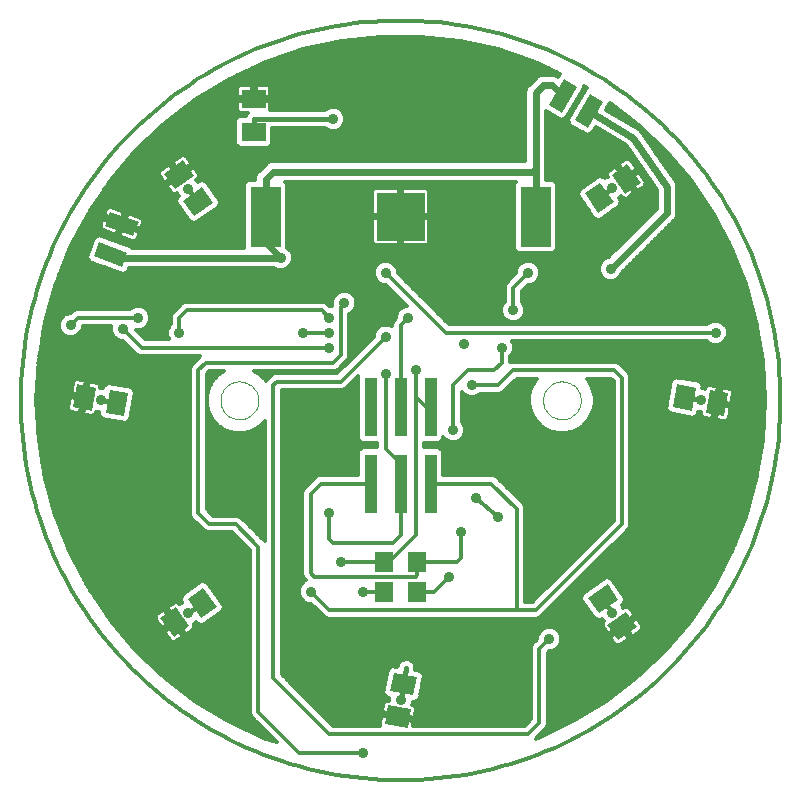
<source format=gbl>
G75*
%MOIN*%
%OFA0B0*%
%FSLAX24Y24*%
%IPPOS*%
%LPD*%
%AMOC8*
5,1,8,0,0,1.08239X$1,22.5*
%
%ADD10C,0.0120*%
%ADD11C,0.0000*%
%ADD12R,0.1600X0.1600*%
%ADD13R,0.1000X0.2000*%
%ADD14R,0.0630X0.0710*%
%ADD15R,0.0630X0.0787*%
%ADD16R,0.0787X0.0630*%
%ADD17R,0.0394X0.1969*%
%ADD18R,0.0500X0.1000*%
%ADD19C,0.0357*%
%ADD20C,0.0240*%
%ADD21C,0.0160*%
D10*
X004275Y004308D02*
X007789Y004308D01*
X007789Y004426D02*
X004150Y004426D01*
X004025Y004545D02*
X007789Y004545D01*
X007789Y004663D02*
X003920Y004663D01*
X004006Y004562D02*
X003155Y005564D01*
X002418Y006652D01*
X001802Y007813D01*
X001315Y009034D01*
X000964Y010300D01*
X000751Y011598D01*
X000680Y012910D01*
X000751Y014222D01*
X000964Y015520D01*
X001315Y016786D01*
X001802Y018007D01*
X002418Y019168D01*
X003155Y020256D01*
X004006Y021258D01*
X004960Y022162D01*
X006007Y022957D01*
X007133Y023635D01*
X008326Y024187D01*
X009571Y024607D01*
X010855Y024889D01*
X012162Y025031D01*
X013476Y025031D01*
X014783Y024889D01*
X016067Y024607D01*
X017312Y024187D01*
X018140Y023804D01*
X018120Y023799D01*
X018063Y023700D01*
X017941Y023750D01*
X017501Y023750D01*
X017376Y023698D01*
X017281Y023603D01*
X017031Y023353D01*
X016979Y023228D01*
X016979Y020875D01*
X008501Y020875D01*
X008376Y020823D01*
X008281Y020728D01*
X008031Y020478D01*
X007979Y020353D01*
X007979Y020255D01*
X007728Y020255D01*
X007599Y020126D01*
X007599Y018000D01*
X003875Y018000D01*
X003871Y018009D01*
X002760Y018414D01*
X002595Y018337D01*
X002361Y017696D01*
X002438Y017530D01*
X003549Y017126D01*
X003714Y017203D01*
X003757Y017320D01*
X008599Y017320D01*
X008740Y017262D01*
X008898Y017262D01*
X009045Y017322D01*
X009157Y017434D01*
X009217Y017581D01*
X009217Y017739D01*
X009157Y017886D01*
X009045Y017998D01*
X009039Y018000D01*
X009039Y020126D01*
X008970Y020195D01*
X016668Y020195D01*
X016599Y020126D01*
X016599Y017944D01*
X016728Y017815D01*
X017910Y017815D01*
X018039Y017944D01*
X018039Y020126D01*
X017910Y020255D01*
X017659Y020255D01*
X017659Y022551D01*
X018167Y022258D01*
X018343Y022305D01*
X018935Y023329D01*
X018919Y023386D01*
X019040Y023313D01*
X018987Y023299D01*
X018395Y022275D01*
X018443Y022099D01*
X019033Y021758D01*
X019209Y021805D01*
X019330Y022014D01*
X020331Y021407D01*
X021354Y019929D01*
X021354Y019301D01*
X019734Y017681D01*
X019593Y017623D01*
X019481Y017511D01*
X019421Y017364D01*
X019421Y017206D01*
X019481Y017059D01*
X019593Y016947D01*
X019740Y016887D01*
X019898Y016887D01*
X020045Y016947D01*
X020157Y017059D01*
X020215Y017200D01*
X021982Y018967D01*
X022034Y019092D01*
X022034Y020004D01*
X022041Y020041D01*
X022034Y020071D01*
X022034Y020103D01*
X022020Y020137D01*
X022012Y020173D01*
X021994Y020199D01*
X021982Y020228D01*
X021956Y020254D01*
X020884Y021802D01*
X020883Y021807D01*
X020846Y021857D01*
X020810Y021909D01*
X020806Y021912D01*
X020803Y021916D01*
X020749Y021948D01*
X020696Y021982D01*
X020692Y021983D01*
X019670Y022603D01*
X019801Y022829D01*
X020678Y022162D01*
X021632Y021258D01*
X022483Y020256D01*
X023220Y019168D01*
X023836Y018007D01*
X024323Y016786D01*
X024674Y015520D01*
X024887Y014222D01*
X024958Y012910D01*
X024887Y011598D01*
X024674Y010300D01*
X024323Y009034D01*
X023836Y007813D01*
X023220Y006652D01*
X022483Y005564D01*
X021632Y004562D01*
X020678Y003658D01*
X019631Y002863D01*
X018505Y002185D01*
X017314Y001634D01*
X017603Y001923D01*
X017681Y002001D01*
X017724Y002104D01*
X017724Y004503D01*
X017774Y004554D01*
X017856Y004554D01*
X018003Y004614D01*
X018115Y004726D01*
X018175Y004873D01*
X018175Y005031D01*
X018115Y005178D01*
X018003Y005290D01*
X017856Y005350D01*
X017698Y005350D01*
X017551Y005290D01*
X017439Y005178D01*
X017379Y005031D01*
X017379Y004950D01*
X017207Y004778D01*
X017164Y004675D01*
X017164Y002276D01*
X016953Y002065D01*
X013232Y002065D01*
X013258Y002212D01*
X012772Y002298D01*
X012793Y002416D01*
X013279Y002330D01*
X013327Y002602D01*
X013323Y002644D01*
X013309Y002684D01*
X013285Y002718D01*
X013252Y002745D01*
X013214Y002763D01*
X013191Y002767D01*
X013217Y002831D01*
X013217Y002857D01*
X013299Y002842D01*
X013448Y002947D01*
X013590Y003747D01*
X013485Y003896D01*
X013303Y003928D01*
X013313Y003983D01*
X013300Y004042D01*
X013287Y004099D01*
X013287Y004099D01*
X013287Y004099D01*
X013254Y004147D01*
X013219Y004197D01*
X013219Y004197D01*
X013219Y004197D01*
X013170Y004228D01*
X013118Y004261D01*
X013118Y004261D01*
X013118Y004261D01*
X013059Y004272D01*
X013000Y004282D01*
X012941Y004269D01*
X012884Y004256D01*
X012884Y004256D01*
X012884Y004256D01*
X012836Y004223D01*
X012786Y004188D01*
X012786Y004188D01*
X012786Y004188D01*
X012755Y004139D01*
X012722Y004087D01*
X012712Y004032D01*
X012530Y004064D01*
X012381Y003960D01*
X012240Y003160D01*
X012344Y003011D01*
X012424Y002997D01*
X012421Y002989D01*
X012421Y002903D01*
X012397Y002907D01*
X012355Y002904D01*
X012316Y002889D01*
X012281Y002865D01*
X012254Y002833D01*
X012236Y002795D01*
X012188Y002523D01*
X012675Y002437D01*
X012654Y002319D01*
X012167Y002405D01*
X012120Y002133D01*
X012123Y002091D01*
X012133Y002065D01*
X010560Y002065D01*
X008849Y003776D01*
X008849Y013255D01*
X010875Y013255D01*
X010978Y013298D01*
X011402Y013722D01*
X011402Y011610D01*
X011531Y011481D01*
X012039Y011481D01*
X012039Y011339D01*
X011531Y011339D01*
X011402Y011210D01*
X011402Y010414D01*
X010113Y010414D01*
X010010Y010372D01*
X009660Y010022D01*
X009582Y009944D01*
X009539Y009841D01*
X009539Y007104D01*
X009582Y007001D01*
X009676Y006907D01*
X009593Y006873D01*
X009481Y006761D01*
X009421Y006614D01*
X009421Y006456D01*
X009481Y006309D01*
X009593Y006197D01*
X009740Y006137D01*
X009821Y006137D01*
X010285Y005673D01*
X010388Y005630D01*
X017375Y005630D01*
X017478Y005673D01*
X020431Y008626D01*
X020474Y008729D01*
X020474Y013716D01*
X020431Y013819D01*
X020353Y013897D01*
X020103Y014147D01*
X020000Y014190D01*
X016513Y014190D01*
X016474Y014174D01*
X016474Y014377D01*
X016532Y014434D01*
X016592Y014581D01*
X016592Y014739D01*
X016534Y014880D01*
X023036Y014880D01*
X023093Y014822D01*
X023240Y014762D01*
X023398Y014762D01*
X023545Y014822D01*
X023657Y014934D01*
X023717Y015081D01*
X023717Y015239D01*
X023657Y015386D01*
X023545Y015498D01*
X023398Y015558D01*
X023240Y015558D01*
X023093Y015498D01*
X023036Y015440D01*
X014435Y015440D01*
X012717Y017158D01*
X012717Y017239D01*
X012657Y017386D01*
X012545Y017498D01*
X012398Y017558D01*
X012240Y017558D01*
X012093Y017498D01*
X011981Y017386D01*
X011921Y017239D01*
X011921Y017081D01*
X011981Y016934D01*
X012093Y016822D01*
X012240Y016762D01*
X012321Y016762D01*
X013025Y016058D01*
X012990Y016058D01*
X012843Y015998D01*
X012731Y015886D01*
X012671Y015739D01*
X012671Y015658D01*
X012582Y015569D01*
X012539Y015466D01*
X012539Y015375D01*
X012398Y015433D01*
X012240Y015433D01*
X012093Y015373D01*
X011981Y015261D01*
X011921Y015114D01*
X011921Y015033D01*
X010703Y013815D01*
X008638Y013815D01*
X008535Y013772D01*
X008457Y013694D01*
X008332Y013569D01*
X008328Y013559D01*
X008316Y013579D01*
X008113Y013782D01*
X007944Y013880D01*
X010625Y013880D01*
X010728Y013923D01*
X010806Y014001D01*
X010978Y014173D01*
X011056Y014251D01*
X011099Y014354D01*
X011099Y015793D01*
X011170Y015822D01*
X011282Y015934D01*
X011342Y016081D01*
X011342Y016239D01*
X011282Y016386D01*
X011170Y016498D01*
X011023Y016558D01*
X010865Y016558D01*
X010718Y016498D01*
X010606Y016386D01*
X010546Y016239D01*
X010546Y016107D01*
X010539Y016091D01*
X010539Y016052D01*
X010523Y016058D01*
X010442Y016058D01*
X010431Y016069D01*
X010353Y016147D01*
X010250Y016190D01*
X005638Y016190D01*
X005535Y016147D01*
X005285Y015897D01*
X005207Y015819D01*
X005164Y015716D01*
X005164Y015443D01*
X005106Y015386D01*
X005046Y015239D01*
X005046Y015081D01*
X005104Y014940D01*
X004310Y014940D01*
X003987Y015263D01*
X003990Y015262D01*
X004148Y015262D01*
X004295Y015322D01*
X004407Y015434D01*
X004467Y015581D01*
X004467Y015739D01*
X004407Y015886D01*
X004295Y015998D01*
X004148Y016058D01*
X003990Y016058D01*
X003843Y015998D01*
X003786Y015940D01*
X002013Y015940D01*
X001910Y015897D01*
X001821Y015808D01*
X001740Y015808D01*
X001593Y015748D01*
X001481Y015636D01*
X001421Y015489D01*
X001421Y015331D01*
X001481Y015184D01*
X001593Y015072D01*
X001740Y015012D01*
X001898Y015012D01*
X002045Y015072D01*
X002157Y015184D01*
X002217Y015331D01*
X002217Y015380D01*
X003177Y015380D01*
X003171Y015364D01*
X003171Y015206D01*
X003231Y015059D01*
X003343Y014947D01*
X003490Y014887D01*
X003571Y014887D01*
X004035Y014423D01*
X004138Y014380D01*
X000777Y014380D01*
X000758Y014262D02*
X006025Y014262D01*
X006082Y014319D02*
X005832Y014069D01*
X005789Y013966D01*
X005789Y009104D01*
X005832Y009001D01*
X005910Y008923D01*
X006285Y008548D01*
X006388Y008505D01*
X007203Y008505D01*
X007789Y007919D01*
X007789Y002479D01*
X007832Y002376D01*
X007910Y002298D01*
X008701Y001507D01*
X008326Y001633D01*
X007133Y002185D01*
X006007Y002863D01*
X004960Y003658D01*
X004006Y004562D01*
X003820Y004782D02*
X007789Y004782D01*
X007789Y004900D02*
X005373Y004900D01*
X005339Y004876D02*
X005565Y005035D01*
X005282Y005439D01*
X005380Y005508D01*
X005663Y005103D01*
X005889Y005262D01*
X005916Y005294D01*
X005934Y005332D01*
X005941Y005374D01*
X007789Y005374D01*
X007789Y005256D02*
X005880Y005256D01*
X005941Y005374D02*
X005938Y005416D01*
X005923Y005455D01*
X005914Y005468D01*
X005971Y005492D01*
X005994Y005515D01*
X006039Y005451D01*
X006219Y005419D01*
X006884Y005885D01*
X006916Y006064D01*
X006359Y006859D01*
X006180Y006890D01*
X005515Y006425D01*
X005483Y006245D01*
X005534Y006173D01*
X005519Y006167D01*
X005464Y006111D01*
X005447Y006135D01*
X005415Y006162D01*
X005377Y006180D01*
X005336Y006187D01*
X005294Y006183D01*
X005254Y006169D01*
X005028Y006010D01*
X005311Y005606D01*
X005213Y005537D01*
X005282Y005439D01*
X004942Y005201D01*
X005145Y004910D01*
X005177Y004883D01*
X005216Y004865D01*
X005257Y004858D01*
X005299Y004862D01*
X005339Y004876D01*
X005157Y004900D02*
X003719Y004900D01*
X003618Y005019D02*
X005069Y005019D01*
X004986Y005137D02*
X003518Y005137D01*
X003417Y005256D02*
X005020Y005256D01*
X004980Y005374D02*
X005189Y005374D01*
X005149Y005493D02*
X005244Y005493D01*
X005213Y005537D02*
X004873Y005299D01*
X004669Y005590D01*
X004655Y005629D01*
X004651Y005671D01*
X004659Y005713D01*
X004676Y005751D01*
X004703Y005783D01*
X004930Y005942D01*
X005213Y005537D01*
X005161Y005611D02*
X005308Y005611D01*
X005358Y005493D02*
X005391Y005493D01*
X005327Y005374D02*
X005474Y005374D01*
X005410Y005256D02*
X005557Y005256D01*
X005493Y005137D02*
X005639Y005137D01*
X005711Y005137D02*
X007789Y005137D01*
X007789Y005019D02*
X005542Y005019D01*
X005972Y005493D02*
X006010Y005493D01*
X006323Y005493D02*
X007789Y005493D01*
X007789Y005611D02*
X006493Y005611D01*
X006662Y005730D02*
X007789Y005730D01*
X007789Y005848D02*
X006831Y005848D01*
X006898Y005967D02*
X007789Y005967D01*
X007789Y006085D02*
X006901Y006085D01*
X006818Y006204D02*
X007789Y006204D01*
X007789Y006322D02*
X006735Y006322D01*
X006652Y006441D02*
X007789Y006441D01*
X007789Y006559D02*
X006569Y006559D01*
X006486Y006678D02*
X007789Y006678D01*
X007789Y006796D02*
X006403Y006796D01*
X006045Y006796D02*
X002341Y006796D01*
X002278Y006915D02*
X007789Y006915D01*
X007789Y007033D02*
X002215Y007033D01*
X002153Y007152D02*
X007789Y007152D01*
X007789Y007270D02*
X002090Y007270D01*
X002027Y007389D02*
X007789Y007389D01*
X007789Y007507D02*
X001964Y007507D01*
X001901Y007626D02*
X007789Y007626D01*
X007789Y007744D02*
X001838Y007744D01*
X001782Y007863D02*
X007789Y007863D01*
X007727Y007981D02*
X001735Y007981D01*
X001688Y008100D02*
X007608Y008100D01*
X007490Y008218D02*
X001641Y008218D01*
X001593Y008337D02*
X007371Y008337D01*
X007253Y008455D02*
X001546Y008455D01*
X001499Y008574D02*
X006259Y008574D01*
X006141Y008692D02*
X001452Y008692D01*
X001404Y008811D02*
X006022Y008811D01*
X005904Y008929D02*
X001357Y008929D01*
X001312Y009048D02*
X005813Y009048D01*
X005789Y009166D02*
X001279Y009166D01*
X001246Y009285D02*
X005789Y009285D01*
X005789Y009403D02*
X001213Y009403D01*
X001180Y009522D02*
X005789Y009522D01*
X005789Y009640D02*
X001147Y009640D01*
X001114Y009759D02*
X005789Y009759D01*
X005789Y009877D02*
X001081Y009877D01*
X001048Y009996D02*
X005789Y009996D01*
X005789Y010114D02*
X001016Y010114D01*
X000983Y010233D02*
X005789Y010233D01*
X005789Y010351D02*
X000956Y010351D01*
X000936Y010470D02*
X005789Y010470D01*
X005789Y010588D02*
X000917Y010588D01*
X000897Y010707D02*
X005789Y010707D01*
X005789Y010825D02*
X000878Y010825D01*
X000858Y010944D02*
X005789Y010944D01*
X005789Y011062D02*
X000839Y011062D01*
X000820Y011181D02*
X005789Y011181D01*
X005789Y011299D02*
X000800Y011299D01*
X000781Y011418D02*
X005789Y011418D01*
X005789Y011536D02*
X000761Y011536D01*
X000748Y011655D02*
X005789Y011655D01*
X005789Y011773D02*
X000742Y011773D01*
X000735Y011892D02*
X005789Y011892D01*
X005789Y012010D02*
X000729Y012010D01*
X000722Y012129D02*
X005789Y012129D01*
X005789Y012247D02*
X003805Y012247D01*
X003805Y012244D02*
X003973Y013199D01*
X003869Y013348D01*
X003069Y013489D01*
X002919Y013384D01*
X002906Y013305D01*
X002898Y013308D01*
X002812Y013308D01*
X002816Y013331D01*
X002813Y013373D01*
X002798Y013413D01*
X002774Y013447D01*
X002742Y013475D01*
X002704Y013492D01*
X002432Y013540D01*
X002346Y013054D01*
X002228Y013075D01*
X002314Y013561D01*
X002042Y013609D01*
X002000Y013605D01*
X001960Y013591D01*
X001926Y013567D01*
X001899Y013535D01*
X001881Y013496D01*
X001819Y013147D01*
X002228Y013075D01*
X002207Y012957D01*
X001798Y013029D01*
X001737Y012679D01*
X001740Y012637D01*
X001755Y012598D01*
X001779Y012563D01*
X001811Y012536D01*
X001849Y012519D01*
X002121Y012471D01*
X002207Y012957D01*
X002325Y012936D01*
X002239Y012450D01*
X002511Y012402D01*
X002553Y012405D01*
X002593Y012420D01*
X002627Y012444D01*
X002654Y012476D01*
X002672Y012515D01*
X002676Y012538D01*
X002740Y012512D01*
X002766Y012512D01*
X002751Y012429D01*
X002856Y012280D01*
X003655Y012139D01*
X003805Y012244D01*
X003826Y012366D02*
X005789Y012366D01*
X005789Y012484D02*
X003847Y012484D01*
X003868Y012603D02*
X005789Y012603D01*
X005789Y012721D02*
X003889Y012721D01*
X003910Y012840D02*
X005789Y012840D01*
X005789Y012958D02*
X003931Y012958D01*
X003952Y013077D02*
X005789Y013077D01*
X005789Y013195D02*
X003973Y013195D01*
X003893Y013314D02*
X005789Y013314D01*
X005789Y013432D02*
X003391Y013432D01*
X002988Y013432D02*
X002785Y013432D01*
X002813Y013314D02*
X002907Y013314D01*
X002413Y013432D02*
X002291Y013432D01*
X002312Y013551D02*
X005789Y013551D01*
X005789Y013669D02*
X000721Y013669D01*
X000715Y013551D02*
X001912Y013551D01*
X001869Y013432D02*
X000708Y013432D01*
X000702Y013314D02*
X001849Y013314D01*
X001828Y013195D02*
X000695Y013195D01*
X000689Y013077D02*
X002219Y013077D01*
X002228Y013077D02*
X002350Y013077D01*
X002371Y013195D02*
X002249Y013195D01*
X002270Y013314D02*
X002392Y013314D01*
X002207Y012958D02*
X002200Y012958D01*
X002186Y012840D02*
X002308Y012840D01*
X002287Y012721D02*
X002165Y012721D01*
X002145Y012603D02*
X002266Y012603D01*
X002245Y012484D02*
X002124Y012484D01*
X002045Y012484D02*
X000703Y012484D01*
X000710Y012366D02*
X002796Y012366D01*
X002761Y012484D02*
X002658Y012484D01*
X003044Y012247D02*
X000716Y012247D01*
X000697Y012603D02*
X001753Y012603D01*
X001744Y012721D02*
X000690Y012721D01*
X000684Y012840D02*
X001765Y012840D01*
X001786Y012958D02*
X000683Y012958D01*
X000728Y013788D02*
X005789Y013788D01*
X005789Y013906D02*
X000734Y013906D01*
X000740Y014025D02*
X005813Y014025D01*
X005906Y014143D02*
X000747Y014143D01*
X000796Y014499D02*
X003959Y014499D01*
X003841Y014617D02*
X000816Y014617D01*
X000835Y014736D02*
X003722Y014736D01*
X003604Y014854D02*
X000855Y014854D01*
X000874Y014973D02*
X003318Y014973D01*
X003218Y015091D02*
X002063Y015091D01*
X002167Y015210D02*
X003171Y015210D01*
X003171Y015328D02*
X002216Y015328D01*
X002069Y015660D02*
X001819Y015410D01*
X002069Y015660D02*
X004069Y015660D01*
X004372Y015921D02*
X005309Y015921D01*
X005200Y015802D02*
X004441Y015802D01*
X004467Y015684D02*
X005164Y015684D01*
X005164Y015565D02*
X004461Y015565D01*
X004412Y015447D02*
X005164Y015447D01*
X005082Y015328D02*
X004300Y015328D01*
X004159Y015091D02*
X005046Y015091D01*
X005046Y015210D02*
X004040Y015210D01*
X004277Y014973D02*
X005090Y014973D01*
X005444Y015160D02*
X005444Y015660D01*
X005694Y015910D01*
X010194Y015910D01*
X010444Y015660D01*
X010444Y015160D02*
X009569Y015160D01*
X010444Y014660D02*
X004194Y014660D01*
X003569Y015285D01*
X003943Y016039D02*
X001108Y016039D01*
X001075Y015921D02*
X001966Y015921D01*
X001724Y015802D02*
X001042Y015802D01*
X001009Y015684D02*
X001529Y015684D01*
X001452Y015565D02*
X000976Y015565D01*
X000952Y015447D02*
X001421Y015447D01*
X001422Y015328D02*
X000932Y015328D01*
X000913Y015210D02*
X001471Y015210D01*
X001574Y015091D02*
X000894Y015091D01*
X001141Y016158D02*
X005560Y016158D01*
X005427Y016039D02*
X004195Y016039D01*
X003722Y017224D02*
X011921Y017224D01*
X011921Y017106D02*
X001443Y017106D01*
X001490Y017224D02*
X003280Y017224D01*
X002955Y017343D02*
X001537Y017343D01*
X001584Y017461D02*
X002629Y017461D01*
X002415Y017580D02*
X001632Y017580D01*
X001679Y017698D02*
X002362Y017698D01*
X002405Y017817D02*
X001726Y017817D01*
X001773Y017935D02*
X002448Y017935D01*
X002492Y018054D02*
X001827Y018054D01*
X001889Y018172D02*
X002535Y018172D01*
X002578Y018291D02*
X001952Y018291D01*
X002015Y018409D02*
X002750Y018409D01*
X002773Y018409D02*
X003451Y018409D01*
X003442Y018387D02*
X003876Y018229D01*
X003918Y018225D01*
X003959Y018233D01*
X003997Y018250D01*
X004030Y018278D01*
X004054Y018312D01*
X004126Y018510D01*
X003562Y018716D01*
X003603Y018828D01*
X004167Y018623D01*
X004239Y018822D01*
X004243Y018863D01*
X004235Y018905D01*
X004218Y018943D01*
X004191Y018975D01*
X004156Y019000D01*
X003723Y019157D01*
X003603Y018828D01*
X003490Y018869D01*
X003449Y018757D01*
X002886Y018962D01*
X002813Y018764D01*
X002810Y018722D01*
X002817Y018680D01*
X002835Y018642D01*
X002862Y018610D01*
X002896Y018585D01*
X003330Y018428D01*
X003449Y018757D01*
X003562Y018716D01*
X003442Y018387D01*
X003494Y018528D02*
X003366Y018528D01*
X003409Y018646D02*
X003537Y018646D01*
X003580Y018765D02*
X003779Y018765D01*
X003753Y018646D02*
X004104Y018646D01*
X004175Y018646D02*
X007599Y018646D01*
X007599Y018528D02*
X004079Y018528D01*
X004089Y018409D02*
X007599Y018409D01*
X007599Y018291D02*
X004039Y018291D01*
X003707Y018291D02*
X003098Y018291D01*
X003056Y018528D02*
X002078Y018528D01*
X002141Y018646D02*
X002833Y018646D01*
X002814Y018765D02*
X002204Y018765D01*
X002266Y018883D02*
X002857Y018883D01*
X002927Y019075D02*
X002999Y019273D01*
X003023Y019307D01*
X003055Y019335D01*
X003093Y019352D01*
X003135Y019360D01*
X003177Y019356D01*
X003610Y019198D01*
X003490Y018869D01*
X002927Y019075D01*
X002943Y019120D02*
X002392Y019120D01*
X002329Y019002D02*
X003127Y019002D01*
X003102Y018883D02*
X003453Y018883D01*
X003495Y018883D02*
X003623Y018883D01*
X003666Y019002D02*
X003538Y019002D01*
X003582Y019120D02*
X003709Y019120D01*
X003825Y019120D02*
X005602Y019120D01*
X005685Y019002D02*
X004151Y019002D01*
X004239Y018883D02*
X005768Y018883D01*
X005794Y018845D02*
X005974Y018813D01*
X006768Y019369D01*
X006800Y019549D01*
X006334Y020214D01*
X006154Y020246D01*
X006079Y020193D01*
X006012Y020259D01*
X006044Y020281D01*
X006071Y020314D01*
X006089Y020352D01*
X006096Y020393D01*
X006093Y020435D01*
X006078Y020475D01*
X005920Y020701D01*
X005515Y020418D01*
X005447Y020516D01*
X005851Y020799D01*
X005693Y021025D01*
X005660Y021052D01*
X005622Y021070D01*
X005581Y021078D01*
X005539Y021074D01*
X005499Y021059D01*
X005209Y020856D01*
X005447Y020516D01*
X005348Y020447D01*
X005417Y020349D01*
X005013Y020066D01*
X005171Y019840D01*
X005203Y019813D01*
X005241Y019795D01*
X005283Y019787D01*
X005325Y019791D01*
X005365Y019806D01*
X005376Y019814D01*
X005407Y019737D01*
X005416Y019729D01*
X005360Y019690D01*
X005329Y019510D01*
X005794Y018845D01*
X006074Y018883D02*
X007599Y018883D01*
X007599Y018765D02*
X004218Y018765D01*
X003452Y018765D02*
X003428Y018765D01*
X003500Y019239D02*
X005519Y019239D01*
X005436Y019357D02*
X003165Y019357D01*
X003120Y019357D02*
X002546Y019357D01*
X002626Y019476D02*
X005353Y019476D01*
X005343Y019594D02*
X002706Y019594D01*
X002787Y019713D02*
X005393Y019713D01*
X005181Y019831D02*
X002867Y019831D01*
X002947Y019950D02*
X005094Y019950D01*
X005016Y020068D02*
X003028Y020068D01*
X003108Y020187D02*
X004928Y020187D01*
X004944Y020164D02*
X004786Y020390D01*
X004771Y020430D01*
X004767Y020472D01*
X004775Y020513D01*
X004793Y020551D01*
X004820Y020584D01*
X005110Y020787D01*
X005348Y020447D01*
X004944Y020164D01*
X004976Y020187D02*
X005185Y020187D01*
X005145Y020305D02*
X005354Y020305D01*
X005365Y020424D02*
X005314Y020424D01*
X005282Y020542D02*
X005428Y020542D01*
X005484Y020542D02*
X005693Y020542D01*
X005653Y020661D02*
X005862Y020661D01*
X005948Y020661D02*
X008214Y020661D01*
X008332Y020779D02*
X005822Y020779D01*
X005782Y020898D02*
X016979Y020898D01*
X016979Y021016D02*
X005699Y021016D01*
X005437Y021016D02*
X003801Y021016D01*
X003901Y021135D02*
X016979Y021135D01*
X016979Y021253D02*
X004002Y021253D01*
X004126Y021372D02*
X007388Y021372D01*
X007437Y021322D02*
X008407Y021322D01*
X008536Y021451D01*
X008536Y021985D01*
X010306Y021985D01*
X010343Y021947D01*
X010490Y021887D01*
X010648Y021887D01*
X010795Y021947D01*
X010907Y022059D01*
X010967Y022206D01*
X010967Y022364D01*
X010907Y022511D01*
X010795Y022623D01*
X010648Y022683D01*
X010490Y022683D01*
X010343Y022623D01*
X010306Y022585D01*
X008466Y022585D01*
X008476Y022623D01*
X008476Y022899D01*
X007982Y022899D01*
X007982Y023019D01*
X008476Y023019D01*
X008476Y023295D01*
X008465Y023336D01*
X008444Y023373D01*
X008414Y023402D01*
X008378Y023424D01*
X008337Y023434D01*
X007982Y023434D01*
X007982Y023019D01*
X007862Y023019D01*
X007862Y022899D01*
X007369Y022899D01*
X007369Y022623D01*
X007380Y022583D01*
X007401Y022546D01*
X007430Y022516D01*
X007467Y022495D01*
X007508Y022485D01*
X007719Y022485D01*
X007690Y022455D01*
X007668Y022433D01*
X007651Y022392D01*
X007437Y022392D01*
X007309Y022263D01*
X007309Y021451D01*
X007437Y021322D01*
X007309Y021490D02*
X004251Y021490D01*
X004376Y021609D02*
X007309Y021609D01*
X007309Y021727D02*
X004501Y021727D01*
X004626Y021846D02*
X007309Y021846D01*
X007309Y021964D02*
X004752Y021964D01*
X004877Y022083D02*
X007309Y022083D01*
X007309Y022201D02*
X005012Y022201D01*
X004960Y022162D02*
X004960Y022162D01*
X005168Y022320D02*
X007365Y022320D01*
X007395Y022557D02*
X005480Y022557D01*
X005635Y022675D02*
X007369Y022675D01*
X007369Y022794D02*
X005791Y022794D01*
X005947Y022912D02*
X007862Y022912D01*
X007862Y023019D02*
X007369Y023019D01*
X007369Y023295D01*
X007380Y023336D01*
X007401Y023373D01*
X007430Y023402D01*
X007467Y023424D01*
X007508Y023434D01*
X007862Y023434D01*
X007862Y023019D01*
X007862Y023031D02*
X007982Y023031D01*
X007982Y023149D02*
X007862Y023149D01*
X007862Y023268D02*
X007982Y023268D01*
X007982Y023386D02*
X007862Y023386D01*
X007414Y023386D02*
X006719Y023386D01*
X006522Y023268D02*
X007369Y023268D01*
X007369Y023149D02*
X006325Y023149D01*
X006128Y023031D02*
X007369Y023031D01*
X007113Y023623D02*
X017301Y023623D01*
X017183Y023505D02*
X006916Y023505D01*
X007363Y023742D02*
X017481Y023742D01*
X017064Y023386D02*
X008431Y023386D01*
X008476Y023268D02*
X016996Y023268D01*
X016979Y023149D02*
X008476Y023149D01*
X008476Y023031D02*
X016979Y023031D01*
X016979Y022912D02*
X007982Y022912D01*
X008476Y022794D02*
X016979Y022794D01*
X016979Y022675D02*
X010668Y022675D01*
X010470Y022675D02*
X008476Y022675D01*
X008536Y021964D02*
X010326Y021964D01*
X010811Y021964D02*
X016979Y021964D01*
X016979Y021846D02*
X008536Y021846D01*
X008536Y021727D02*
X016979Y021727D01*
X016979Y021609D02*
X008536Y021609D01*
X008536Y021490D02*
X016979Y021490D01*
X016979Y021372D02*
X008457Y021372D01*
X008095Y020542D02*
X006031Y020542D01*
X006094Y020424D02*
X008008Y020424D01*
X007979Y020305D02*
X006064Y020305D01*
X006353Y020187D02*
X007659Y020187D01*
X007599Y020068D02*
X006436Y020068D01*
X006519Y019950D02*
X007599Y019950D01*
X007599Y019831D02*
X006602Y019831D01*
X006685Y019713D02*
X007599Y019713D01*
X007599Y019594D02*
X006768Y019594D01*
X006787Y019476D02*
X007599Y019476D01*
X007599Y019357D02*
X006750Y019357D01*
X006581Y019239D02*
X007599Y019239D01*
X007599Y019120D02*
X006412Y019120D01*
X006243Y019002D02*
X007599Y019002D01*
X007599Y018172D02*
X003424Y018172D01*
X003749Y018054D02*
X007599Y018054D01*
X009039Y018054D02*
X016599Y018054D01*
X016599Y018172D02*
X013767Y018172D01*
X013768Y018173D02*
X013779Y018214D01*
X013779Y018975D01*
X012879Y018975D01*
X012879Y019095D01*
X013779Y019095D01*
X013779Y019856D01*
X013768Y019897D01*
X013747Y019933D01*
X013717Y019963D01*
X013681Y019984D01*
X013640Y019995D01*
X012879Y019995D01*
X012879Y019095D01*
X012759Y019095D01*
X012759Y019995D01*
X011998Y019995D01*
X011957Y019984D01*
X011921Y019963D01*
X011891Y019933D01*
X011870Y019897D01*
X011859Y019856D01*
X011859Y019095D01*
X012759Y019095D01*
X012759Y018975D01*
X012879Y018975D01*
X012879Y018075D01*
X013640Y018075D01*
X013681Y018086D01*
X013717Y018107D01*
X013747Y018137D01*
X013768Y018173D01*
X013779Y018291D02*
X016599Y018291D01*
X016599Y018409D02*
X013779Y018409D01*
X013779Y018528D02*
X016599Y018528D01*
X016599Y018646D02*
X013779Y018646D01*
X013779Y018765D02*
X016599Y018765D01*
X016599Y018883D02*
X013779Y018883D01*
X013779Y019120D02*
X016599Y019120D01*
X016599Y019002D02*
X012879Y019002D01*
X012819Y019035D02*
X015319Y019035D01*
X015444Y018910D01*
X015444Y018660D01*
X016599Y019239D02*
X013779Y019239D01*
X013779Y019357D02*
X016599Y019357D01*
X016599Y019476D02*
X013779Y019476D01*
X013779Y019594D02*
X016599Y019594D01*
X016599Y019713D02*
X013779Y019713D01*
X013779Y019831D02*
X016599Y019831D01*
X016599Y019950D02*
X013731Y019950D01*
X012879Y019950D02*
X012759Y019950D01*
X012759Y019831D02*
X012879Y019831D01*
X012879Y019713D02*
X012759Y019713D01*
X012759Y019594D02*
X012879Y019594D01*
X012879Y019476D02*
X012759Y019476D01*
X012759Y019357D02*
X012879Y019357D01*
X012879Y019239D02*
X012759Y019239D01*
X012759Y019120D02*
X012879Y019120D01*
X012759Y019002D02*
X009039Y019002D01*
X009039Y019120D02*
X011859Y019120D01*
X011859Y019239D02*
X009039Y019239D01*
X009039Y019357D02*
X011859Y019357D01*
X011859Y019476D02*
X009039Y019476D01*
X009039Y019594D02*
X011859Y019594D01*
X011859Y019713D02*
X009039Y019713D01*
X009039Y019831D02*
X011859Y019831D01*
X011907Y019950D02*
X009039Y019950D01*
X009039Y020068D02*
X016599Y020068D01*
X016659Y020187D02*
X008979Y020187D01*
X009039Y018883D02*
X011859Y018883D01*
X011859Y018975D02*
X011859Y018214D01*
X011870Y018173D01*
X011891Y018137D01*
X011921Y018107D01*
X011957Y018086D01*
X011998Y018075D01*
X012759Y018075D01*
X012759Y018975D01*
X011859Y018975D01*
X011859Y018765D02*
X009039Y018765D01*
X009039Y018646D02*
X011859Y018646D01*
X011859Y018528D02*
X009039Y018528D01*
X009039Y018409D02*
X011859Y018409D01*
X011859Y018291D02*
X009039Y018291D01*
X009039Y018172D02*
X011871Y018172D01*
X012057Y017461D02*
X009168Y017461D01*
X009217Y017580D02*
X019550Y017580D01*
X019461Y017461D02*
X017331Y017461D01*
X017295Y017498D02*
X017148Y017558D01*
X016990Y017558D01*
X016843Y017498D01*
X016731Y017386D01*
X016671Y017239D01*
X016671Y017158D01*
X016410Y016897D01*
X016332Y016819D01*
X016289Y016716D01*
X016289Y016193D01*
X016231Y016136D01*
X016171Y015989D01*
X016171Y015831D01*
X016231Y015684D01*
X016343Y015572D01*
X016490Y015512D01*
X016648Y015512D01*
X016795Y015572D01*
X016907Y015684D01*
X016967Y015831D01*
X016967Y015989D01*
X016907Y016136D01*
X016849Y016193D01*
X016849Y016544D01*
X017067Y016762D01*
X017148Y016762D01*
X017295Y016822D01*
X017407Y016934D01*
X017467Y017081D01*
X017467Y017239D01*
X017407Y017386D01*
X017295Y017498D01*
X017425Y017343D02*
X019421Y017343D01*
X019421Y017224D02*
X017467Y017224D01*
X017467Y017106D02*
X019462Y017106D01*
X019553Y016987D02*
X017429Y016987D01*
X017341Y016869D02*
X024290Y016869D01*
X024333Y016750D02*
X017055Y016750D01*
X016937Y016632D02*
X024365Y016632D01*
X024398Y016513D02*
X016849Y016513D01*
X016849Y016395D02*
X024431Y016395D01*
X024464Y016276D02*
X016849Y016276D01*
X016885Y016158D02*
X024497Y016158D01*
X024530Y016039D02*
X016947Y016039D01*
X016967Y015921D02*
X024563Y015921D01*
X024596Y015802D02*
X016956Y015802D01*
X016906Y015684D02*
X024629Y015684D01*
X024662Y015565D02*
X016777Y015565D01*
X016569Y015910D02*
X016569Y016660D01*
X017069Y017160D01*
X016807Y017461D02*
X012581Y017461D01*
X012675Y017343D02*
X016713Y017343D01*
X016671Y017224D02*
X012717Y017224D01*
X012769Y017106D02*
X016619Y017106D01*
X016500Y016987D02*
X012888Y016987D01*
X013006Y016869D02*
X016382Y016869D01*
X016303Y016750D02*
X013125Y016750D01*
X013243Y016632D02*
X016289Y016632D01*
X016289Y016513D02*
X013362Y016513D01*
X013480Y016395D02*
X016289Y016395D01*
X016289Y016276D02*
X013599Y016276D01*
X013717Y016158D02*
X016253Y016158D01*
X016191Y016039D02*
X013836Y016039D01*
X013954Y015921D02*
X016171Y015921D01*
X016182Y015802D02*
X014073Y015802D01*
X014191Y015684D02*
X016232Y015684D01*
X016361Y015565D02*
X014310Y015565D01*
X014428Y015447D02*
X023042Y015447D01*
X023319Y015160D02*
X014319Y015160D01*
X012319Y017160D01*
X012047Y016869D02*
X001348Y016869D01*
X001305Y016750D02*
X012333Y016750D01*
X012451Y016632D02*
X001273Y016632D01*
X001240Y016513D02*
X010755Y016513D01*
X010615Y016395D02*
X001207Y016395D01*
X001174Y016276D02*
X010561Y016276D01*
X010546Y016158D02*
X010328Y016158D01*
X010819Y016035D02*
X010944Y016160D01*
X010819Y016035D02*
X010819Y014410D01*
X010569Y014160D01*
X006319Y014160D01*
X006069Y013910D01*
X006069Y009160D01*
X006444Y008785D01*
X007319Y008785D01*
X008069Y008035D01*
X008069Y002535D01*
X009444Y001160D01*
X011569Y001160D01*
X012127Y002175D02*
X010450Y002175D01*
X010332Y002293D02*
X012148Y002293D01*
X012190Y002530D02*
X010095Y002530D01*
X010213Y002412D02*
X012670Y002412D01*
X012792Y002412D02*
X012819Y002412D01*
X012800Y002293D02*
X017164Y002293D01*
X017164Y002412D02*
X013293Y002412D01*
X013314Y002530D02*
X017164Y002530D01*
X017164Y002649D02*
X013322Y002649D01*
X013193Y002767D02*
X017164Y002767D01*
X017164Y002886D02*
X013361Y002886D01*
X013459Y003004D02*
X017164Y003004D01*
X017164Y003123D02*
X013479Y003123D01*
X013500Y003241D02*
X017164Y003241D01*
X017164Y003360D02*
X013521Y003360D01*
X013542Y003478D02*
X017164Y003478D01*
X017164Y003597D02*
X013563Y003597D01*
X013584Y003715D02*
X017164Y003715D01*
X017164Y003834D02*
X013529Y003834D01*
X013307Y003952D02*
X017164Y003952D01*
X017164Y004071D02*
X013293Y004071D01*
X013313Y003983D02*
X013313Y003983D01*
X013313Y003983D01*
X013224Y004189D02*
X017164Y004189D01*
X017164Y004308D02*
X008849Y004308D01*
X008849Y004426D02*
X017164Y004426D01*
X017164Y004545D02*
X008849Y004545D01*
X008849Y004663D02*
X017164Y004663D01*
X017210Y004782D02*
X008849Y004782D01*
X008849Y004900D02*
X017329Y004900D01*
X017379Y005019D02*
X008849Y005019D01*
X008849Y005137D02*
X017422Y005137D01*
X017517Y005256D02*
X008849Y005256D01*
X008849Y005374D02*
X019549Y005374D01*
X019545Y005385D02*
X019560Y005345D01*
X019718Y005119D01*
X020123Y005402D01*
X020191Y005304D01*
X019787Y005021D01*
X019945Y004795D01*
X019978Y004768D01*
X020016Y004750D01*
X020057Y004742D01*
X020099Y004746D01*
X020139Y004761D01*
X020429Y004964D01*
X020191Y005304D01*
X020290Y005373D01*
X020221Y005471D01*
X020625Y005754D01*
X020467Y005980D01*
X020435Y006007D01*
X020397Y006025D01*
X020355Y006033D01*
X020313Y006029D01*
X020273Y006014D01*
X020243Y005993D01*
X020217Y006055D01*
X020198Y006074D01*
X020278Y006130D01*
X020310Y006310D01*
X019844Y006975D01*
X019664Y007007D01*
X018870Y006451D01*
X018838Y006271D01*
X019304Y005606D01*
X019484Y005574D01*
X019538Y005612D01*
X019541Y005604D01*
X019601Y005544D01*
X019594Y005539D01*
X019567Y005506D01*
X019549Y005468D01*
X019542Y005427D01*
X019545Y005385D01*
X019560Y005493D02*
X008849Y005493D01*
X008849Y005611D02*
X019300Y005611D01*
X019218Y005730D02*
X017534Y005730D01*
X017653Y005848D02*
X019135Y005848D01*
X019052Y005967D02*
X017771Y005967D01*
X017890Y006085D02*
X018969Y006085D01*
X018886Y006204D02*
X018008Y006204D01*
X018127Y006322D02*
X018847Y006322D01*
X018868Y006441D02*
X018245Y006441D01*
X018364Y006559D02*
X019025Y006559D01*
X019194Y006678D02*
X018482Y006678D01*
X018601Y006796D02*
X019363Y006796D01*
X019532Y006915D02*
X018719Y006915D01*
X018838Y007033D02*
X023423Y007033D01*
X023485Y007152D02*
X018956Y007152D01*
X019075Y007270D02*
X023548Y007270D01*
X023611Y007389D02*
X019193Y007389D01*
X019312Y007507D02*
X023674Y007507D01*
X023737Y007626D02*
X019430Y007626D01*
X019549Y007744D02*
X023799Y007744D01*
X023856Y007863D02*
X019667Y007863D01*
X019786Y007981D02*
X023903Y007981D01*
X023950Y008100D02*
X019904Y008100D01*
X020023Y008218D02*
X023997Y008218D01*
X024045Y008337D02*
X020141Y008337D01*
X020260Y008455D02*
X024092Y008455D01*
X024139Y008574D02*
X020378Y008574D01*
X020459Y008692D02*
X024186Y008692D01*
X024233Y008811D02*
X020474Y008811D01*
X020474Y008929D02*
X024281Y008929D01*
X024326Y009048D02*
X020474Y009048D01*
X020474Y009166D02*
X024359Y009166D01*
X024392Y009285D02*
X020474Y009285D01*
X020474Y009403D02*
X024425Y009403D01*
X024458Y009522D02*
X020474Y009522D01*
X020474Y009640D02*
X024491Y009640D01*
X024524Y009759D02*
X020474Y009759D01*
X020474Y009877D02*
X024557Y009877D01*
X024590Y009996D02*
X020474Y009996D01*
X020474Y010114D02*
X024622Y010114D01*
X024655Y010233D02*
X020474Y010233D01*
X020474Y010351D02*
X024682Y010351D01*
X024702Y010470D02*
X020474Y010470D01*
X020474Y010588D02*
X024721Y010588D01*
X024741Y010707D02*
X020474Y010707D01*
X020474Y010825D02*
X024760Y010825D01*
X024780Y010944D02*
X020474Y010944D01*
X020474Y011062D02*
X024799Y011062D01*
X024818Y011181D02*
X020474Y011181D01*
X020474Y011299D02*
X024838Y011299D01*
X024857Y011418D02*
X020474Y011418D01*
X020474Y011536D02*
X024877Y011536D01*
X024887Y011598D02*
X024887Y011598D01*
X024890Y011655D02*
X020474Y011655D01*
X020474Y011773D02*
X024896Y011773D01*
X024903Y011892D02*
X020474Y011892D01*
X020474Y012010D02*
X024909Y012010D01*
X024916Y012129D02*
X020474Y012129D01*
X020474Y012247D02*
X023392Y012247D01*
X023325Y012259D02*
X023597Y012211D01*
X023639Y012215D01*
X023678Y012229D01*
X023713Y012253D01*
X023740Y012285D01*
X023758Y012324D01*
X023819Y012673D01*
X023411Y012745D01*
X023432Y012863D01*
X023840Y012791D01*
X023902Y013140D01*
X023898Y013182D01*
X023884Y013222D01*
X023860Y013257D01*
X023827Y013284D01*
X023789Y013301D01*
X023517Y013349D01*
X023431Y012863D01*
X023313Y012884D01*
X023399Y013370D01*
X023127Y013418D01*
X023085Y013414D01*
X023046Y013400D01*
X023011Y013376D01*
X022984Y013344D01*
X022966Y013305D01*
X022962Y013282D01*
X022898Y013308D01*
X022873Y013308D01*
X022887Y013390D01*
X022783Y013540D01*
X021983Y013681D01*
X021834Y013576D01*
X021665Y012621D01*
X021770Y012472D01*
X022570Y012331D01*
X022719Y012436D01*
X022733Y012514D01*
X022740Y012512D01*
X022826Y012512D01*
X022822Y012489D01*
X022826Y012447D01*
X022840Y012407D01*
X022864Y012372D01*
X022897Y012345D01*
X022935Y012328D01*
X023207Y012280D01*
X023292Y012766D01*
X023411Y012745D01*
X023325Y012259D01*
X023344Y012366D02*
X023222Y012366D01*
X023243Y012484D02*
X023365Y012484D01*
X023386Y012603D02*
X023264Y012603D01*
X023285Y012721D02*
X023406Y012721D01*
X023427Y012840D02*
X023566Y012840D01*
X023547Y012721D02*
X024948Y012721D01*
X024941Y012603D02*
X023807Y012603D01*
X023786Y012484D02*
X024935Y012484D01*
X024928Y012366D02*
X023765Y012366D01*
X023704Y012247D02*
X024922Y012247D01*
X024954Y012840D02*
X023849Y012840D01*
X023870Y012958D02*
X024955Y012958D01*
X024949Y013077D02*
X023890Y013077D01*
X023894Y013195D02*
X024943Y013195D01*
X024936Y013314D02*
X023721Y013314D01*
X023511Y013314D02*
X023389Y013314D01*
X023368Y013195D02*
X023490Y013195D01*
X023469Y013077D02*
X023347Y013077D01*
X023326Y012958D02*
X023448Y012958D01*
X022970Y013314D02*
X022874Y013314D01*
X022858Y013432D02*
X024930Y013432D01*
X024923Y013551D02*
X022722Y013551D01*
X022050Y013669D02*
X024917Y013669D01*
X024910Y013788D02*
X020444Y013788D01*
X020474Y013669D02*
X021966Y013669D01*
X021829Y013551D02*
X020474Y013551D01*
X020474Y013432D02*
X021808Y013432D01*
X021787Y013314D02*
X020474Y013314D01*
X020474Y013195D02*
X021767Y013195D01*
X021746Y013077D02*
X020474Y013077D01*
X020474Y012958D02*
X021725Y012958D01*
X021704Y012840D02*
X020474Y012840D01*
X020474Y012721D02*
X021683Y012721D01*
X021679Y012603D02*
X020474Y012603D01*
X020474Y012484D02*
X021762Y012484D01*
X022374Y012366D02*
X020474Y012366D01*
X019914Y012366D02*
X019138Y012366D01*
X019207Y012484D02*
X019914Y012484D01*
X019914Y012603D02*
X019240Y012603D01*
X019210Y012489D02*
X019284Y012767D01*
X019284Y013053D01*
X019210Y013331D01*
X019066Y013579D01*
X019015Y013630D01*
X019828Y013630D01*
X019914Y013544D01*
X019914Y008901D01*
X017203Y006190D01*
X016974Y006190D01*
X016974Y009341D01*
X016931Y009444D01*
X016853Y009522D01*
X016003Y010372D01*
X015900Y010414D01*
X014236Y010414D01*
X014236Y011210D01*
X014107Y011339D01*
X013599Y011339D01*
X013599Y011481D01*
X014107Y011481D01*
X014236Y011610D01*
X014236Y011680D01*
X014343Y011572D01*
X014490Y011512D01*
X014648Y011512D01*
X014795Y011572D01*
X014907Y011684D01*
X014967Y011831D01*
X014967Y011989D01*
X014907Y012136D01*
X014849Y012193D01*
X014849Y013202D01*
X014856Y013184D01*
X014968Y013072D01*
X015115Y013012D01*
X015273Y013012D01*
X015420Y013072D01*
X015477Y013130D01*
X016125Y013130D01*
X016228Y013173D01*
X016685Y013630D01*
X017373Y013630D01*
X017322Y013579D01*
X017178Y013331D01*
X017104Y013053D01*
X017104Y012767D01*
X017178Y012489D01*
X017322Y012241D01*
X017525Y012038D01*
X017773Y011894D01*
X018050Y011820D01*
X018337Y011820D01*
X018615Y011894D01*
X018863Y012038D01*
X019066Y012241D01*
X019210Y012489D01*
X019272Y012721D02*
X019914Y012721D01*
X019914Y012840D02*
X019284Y012840D01*
X019284Y012958D02*
X019914Y012958D01*
X019914Y013077D02*
X019278Y013077D01*
X019246Y013195D02*
X019914Y013195D01*
X019914Y013314D02*
X019214Y013314D01*
X019151Y013432D02*
X019914Y013432D01*
X019907Y013551D02*
X019083Y013551D01*
X019944Y013910D02*
X020194Y013660D01*
X020194Y008785D01*
X017319Y005910D01*
X016694Y005910D01*
X016694Y009285D01*
X015845Y010134D01*
X013819Y010134D01*
X014236Y010470D02*
X019914Y010470D01*
X019914Y010588D02*
X014236Y010588D01*
X014236Y010707D02*
X019914Y010707D01*
X019914Y010825D02*
X014236Y010825D01*
X014236Y010944D02*
X019914Y010944D01*
X019914Y011062D02*
X014236Y011062D01*
X014236Y011181D02*
X019914Y011181D01*
X019914Y011299D02*
X014147Y011299D01*
X014162Y011536D02*
X014431Y011536D01*
X014261Y011655D02*
X014236Y011655D01*
X014569Y011910D02*
X014569Y013410D01*
X015069Y013910D01*
X015944Y013910D01*
X016194Y014160D01*
X016194Y014660D01*
X016477Y014380D02*
X024861Y014380D01*
X024880Y014262D02*
X016474Y014262D01*
X016558Y014499D02*
X024842Y014499D01*
X024822Y014617D02*
X016592Y014617D01*
X016592Y014736D02*
X024803Y014736D01*
X024783Y014854D02*
X023576Y014854D01*
X023673Y014973D02*
X024764Y014973D01*
X024744Y015091D02*
X023717Y015091D01*
X023717Y015210D02*
X024725Y015210D01*
X024706Y015328D02*
X023681Y015328D01*
X023596Y015447D02*
X024686Y015447D01*
X024891Y014143D02*
X020107Y014143D01*
X020225Y014025D02*
X024898Y014025D01*
X024904Y013906D02*
X020344Y013906D01*
X019944Y013910D02*
X016569Y013910D01*
X016069Y013410D01*
X015194Y013410D01*
X015424Y013077D02*
X017110Y013077D01*
X017104Y012958D02*
X014849Y012958D01*
X014849Y012840D02*
X017104Y012840D01*
X017116Y012721D02*
X014849Y012721D01*
X014849Y012603D02*
X017148Y012603D01*
X017181Y012484D02*
X014849Y012484D01*
X014849Y012366D02*
X017250Y012366D01*
X017318Y012247D02*
X014849Y012247D01*
X014910Y012129D02*
X017434Y012129D01*
X017573Y012010D02*
X014959Y012010D01*
X014967Y011892D02*
X017784Y011892D01*
X018604Y011892D02*
X019914Y011892D01*
X019914Y012010D02*
X018815Y012010D01*
X018954Y012129D02*
X019914Y012129D01*
X019914Y012247D02*
X019070Y012247D01*
X019914Y011773D02*
X014944Y011773D01*
X014877Y011655D02*
X019914Y011655D01*
X019914Y011536D02*
X014707Y011536D01*
X015069Y011660D02*
X016194Y011660D01*
X016024Y010351D02*
X019914Y010351D01*
X019914Y010233D02*
X016142Y010233D01*
X016261Y010114D02*
X019914Y010114D01*
X019914Y009996D02*
X016379Y009996D01*
X016498Y009877D02*
X019914Y009877D01*
X019914Y009759D02*
X016616Y009759D01*
X016735Y009640D02*
X019914Y009640D01*
X019914Y009522D02*
X016853Y009522D01*
X016948Y009403D02*
X019914Y009403D01*
X019914Y009285D02*
X016974Y009285D01*
X016974Y009166D02*
X019914Y009166D01*
X019914Y009048D02*
X016974Y009048D01*
X016974Y008929D02*
X019914Y008929D01*
X019824Y008811D02*
X016974Y008811D01*
X016974Y008692D02*
X019705Y008692D01*
X019587Y008574D02*
X016974Y008574D01*
X016974Y008455D02*
X019468Y008455D01*
X019350Y008337D02*
X016974Y008337D01*
X016974Y008218D02*
X019231Y008218D01*
X019113Y008100D02*
X016974Y008100D01*
X016974Y007981D02*
X018994Y007981D01*
X018876Y007863D02*
X016974Y007863D01*
X016974Y007744D02*
X018757Y007744D01*
X018639Y007626D02*
X016974Y007626D01*
X016974Y007507D02*
X018520Y007507D01*
X018402Y007389D02*
X016974Y007389D01*
X016974Y007270D02*
X018283Y007270D01*
X018165Y007152D02*
X016974Y007152D01*
X016974Y007033D02*
X018046Y007033D01*
X017928Y006915D02*
X016974Y006915D01*
X016974Y006796D02*
X017809Y006796D01*
X017691Y006678D02*
X016974Y006678D01*
X016974Y006559D02*
X017572Y006559D01*
X017454Y006441D02*
X016974Y006441D01*
X016974Y006322D02*
X017335Y006322D01*
X017217Y006204D02*
X016974Y006204D01*
X016694Y005910D02*
X010444Y005910D01*
X009819Y006535D01*
X009587Y006204D02*
X008849Y006204D01*
X008849Y006322D02*
X009476Y006322D01*
X009427Y006441D02*
X008849Y006441D01*
X008849Y006559D02*
X009421Y006559D01*
X009447Y006678D02*
X008849Y006678D01*
X008849Y006796D02*
X009517Y006796D01*
X009668Y006915D02*
X008849Y006915D01*
X008849Y007033D02*
X009569Y007033D01*
X009539Y007152D02*
X008849Y007152D01*
X008849Y007270D02*
X009539Y007270D01*
X009539Y007389D02*
X008849Y007389D01*
X008849Y007507D02*
X009539Y007507D01*
X009539Y007626D02*
X008849Y007626D01*
X008849Y007744D02*
X009539Y007744D01*
X009539Y007863D02*
X008849Y007863D01*
X008849Y007981D02*
X009539Y007981D01*
X009539Y008100D02*
X008849Y008100D01*
X008849Y008218D02*
X009539Y008218D01*
X009539Y008337D02*
X008849Y008337D01*
X008849Y008455D02*
X009539Y008455D01*
X009539Y008574D02*
X008849Y008574D01*
X008849Y008692D02*
X009539Y008692D01*
X009539Y008811D02*
X008849Y008811D01*
X008849Y008929D02*
X009539Y008929D01*
X009539Y009048D02*
X008849Y009048D01*
X008849Y009166D02*
X009539Y009166D01*
X009539Y009285D02*
X008849Y009285D01*
X008849Y009403D02*
X009539Y009403D01*
X009539Y009522D02*
X008849Y009522D01*
X008849Y009640D02*
X009539Y009640D01*
X009539Y009759D02*
X008849Y009759D01*
X008849Y009877D02*
X009554Y009877D01*
X009634Y009996D02*
X008849Y009996D01*
X008849Y010114D02*
X009752Y010114D01*
X009871Y010233D02*
X008849Y010233D01*
X008849Y010351D02*
X009989Y010351D01*
X010168Y010134D02*
X009819Y009785D01*
X009819Y007160D01*
X009944Y007035D01*
X013319Y007035D01*
X013379Y007095D01*
X013379Y007535D01*
X014694Y007535D01*
X014819Y007660D01*
X014819Y008535D01*
X015319Y009660D02*
X016069Y009035D01*
X014444Y007035D02*
X013944Y006535D01*
X013379Y006535D01*
X012259Y006535D02*
X011569Y006535D01*
X012259Y007535D02*
X010819Y007535D01*
X010569Y008160D02*
X010444Y008285D01*
X010444Y009160D01*
X010569Y008160D02*
X012569Y008160D01*
X012819Y008410D01*
X012819Y010134D01*
X012819Y010785D01*
X012319Y011285D01*
X012319Y013785D01*
X011402Y013669D02*
X011349Y013669D01*
X011402Y013551D02*
X011230Y013551D01*
X011112Y013432D02*
X011402Y013432D01*
X011402Y013314D02*
X010993Y013314D01*
X010819Y013535D02*
X012319Y015035D01*
X012049Y015328D02*
X011099Y015328D01*
X011099Y015210D02*
X011960Y015210D01*
X011921Y015091D02*
X011099Y015091D01*
X011099Y014973D02*
X011861Y014973D01*
X011742Y014854D02*
X011099Y014854D01*
X011099Y014736D02*
X011624Y014736D01*
X011505Y014617D02*
X011099Y014617D01*
X011099Y014499D02*
X011387Y014499D01*
X011268Y014380D02*
X011099Y014380D01*
X011061Y014262D02*
X011150Y014262D01*
X011031Y014143D02*
X010948Y014143D01*
X010978Y014173D02*
X010978Y014173D01*
X010913Y014025D02*
X010829Y014025D01*
X010806Y014001D02*
X010806Y014001D01*
X010794Y013906D02*
X010688Y013906D01*
X010819Y013535D02*
X008694Y013535D01*
X008569Y013410D01*
X008569Y003660D01*
X010444Y001785D01*
X017069Y001785D01*
X017444Y002160D01*
X017444Y004619D01*
X017777Y004952D01*
X018051Y004663D02*
X021718Y004663D01*
X021818Y004782D02*
X020169Y004782D01*
X020338Y004900D02*
X021919Y004900D01*
X022020Y005019D02*
X020391Y005019D01*
X020455Y005137D02*
X020308Y005137D01*
X020372Y005256D02*
X020225Y005256D01*
X020122Y005256D02*
X019913Y005256D01*
X019953Y005137D02*
X019744Y005137D01*
X019706Y005137D02*
X018132Y005137D01*
X018175Y005019D02*
X019789Y005019D01*
X019872Y004900D02*
X018175Y004900D01*
X018138Y004782D02*
X019961Y004782D01*
X019623Y005256D02*
X018037Y005256D01*
X017765Y004545D02*
X021613Y004545D01*
X021488Y004426D02*
X017724Y004426D01*
X017724Y004308D02*
X021363Y004308D01*
X021238Y004189D02*
X017724Y004189D01*
X017724Y004071D02*
X021113Y004071D01*
X020988Y003952D02*
X017724Y003952D01*
X017724Y003834D02*
X020863Y003834D01*
X020738Y003715D02*
X017724Y003715D01*
X017724Y003597D02*
X020597Y003597D01*
X020441Y003478D02*
X017724Y003478D01*
X017724Y003360D02*
X020285Y003360D01*
X020129Y003241D02*
X017724Y003241D01*
X017724Y003123D02*
X019973Y003123D01*
X019817Y003004D02*
X017724Y003004D01*
X017724Y002886D02*
X019661Y002886D01*
X019472Y002767D02*
X017724Y002767D01*
X017724Y002649D02*
X019275Y002649D01*
X019078Y002530D02*
X017724Y002530D01*
X017724Y002412D02*
X018881Y002412D01*
X018684Y002293D02*
X017724Y002293D01*
X017724Y002175D02*
X018482Y002175D01*
X018226Y002056D02*
X017704Y002056D01*
X017617Y001938D02*
X017970Y001938D01*
X017714Y001819D02*
X017499Y001819D01*
X017458Y001701D02*
X017380Y001701D01*
X017063Y002175D02*
X013251Y002175D01*
X012381Y003004D02*
X009621Y003004D01*
X009739Y002886D02*
X012310Y002886D01*
X012231Y002767D02*
X009858Y002767D01*
X009976Y002649D02*
X012210Y002649D01*
X012266Y003123D02*
X009502Y003123D01*
X009384Y003241D02*
X012254Y003241D01*
X012275Y003360D02*
X009265Y003360D01*
X009147Y003478D02*
X012296Y003478D01*
X012317Y003597D02*
X009028Y003597D01*
X008910Y003715D02*
X012338Y003715D01*
X012359Y003834D02*
X008849Y003834D01*
X008849Y003952D02*
X012379Y003952D01*
X012719Y004071D02*
X008849Y004071D01*
X008849Y004189D02*
X012788Y004189D01*
X012722Y004087D02*
X012722Y004087D01*
X012722Y004087D01*
X013000Y004282D02*
X013000Y004282D01*
X013000Y004282D01*
X010228Y005730D02*
X008849Y005730D01*
X008849Y005848D02*
X010110Y005848D01*
X009991Y005967D02*
X008849Y005967D01*
X008849Y006085D02*
X009873Y006085D01*
X008289Y008211D02*
X007556Y008944D01*
X007478Y009022D01*
X007375Y009065D01*
X006560Y009065D01*
X006349Y009276D01*
X006349Y013794D01*
X006435Y013880D01*
X006944Y013880D01*
X006775Y013782D01*
X006572Y013579D01*
X006428Y013331D01*
X006354Y013053D01*
X006354Y012767D01*
X006428Y012489D01*
X006572Y012241D01*
X006775Y012038D01*
X007023Y011894D01*
X007300Y011820D01*
X007587Y011820D01*
X007865Y011894D01*
X008113Y012038D01*
X008289Y012214D01*
X008289Y008211D01*
X008289Y008218D02*
X008282Y008218D01*
X008289Y008337D02*
X008163Y008337D01*
X008045Y008455D02*
X008289Y008455D01*
X008289Y008574D02*
X007926Y008574D01*
X007808Y008692D02*
X008289Y008692D01*
X008289Y008811D02*
X007689Y008811D01*
X007571Y008929D02*
X008289Y008929D01*
X008289Y009048D02*
X007417Y009048D01*
X008289Y009166D02*
X006459Y009166D01*
X006349Y009285D02*
X008289Y009285D01*
X008289Y009403D02*
X006349Y009403D01*
X006349Y009522D02*
X008289Y009522D01*
X008289Y009640D02*
X006349Y009640D01*
X006349Y009759D02*
X008289Y009759D01*
X008289Y009877D02*
X006349Y009877D01*
X006349Y009996D02*
X008289Y009996D01*
X008289Y010114D02*
X006349Y010114D01*
X006349Y010233D02*
X008289Y010233D01*
X008289Y010351D02*
X006349Y010351D01*
X006349Y010470D02*
X008289Y010470D01*
X008289Y010588D02*
X006349Y010588D01*
X006349Y010707D02*
X008289Y010707D01*
X008289Y010825D02*
X006349Y010825D01*
X006349Y010944D02*
X008289Y010944D01*
X008289Y011062D02*
X006349Y011062D01*
X006349Y011181D02*
X008289Y011181D01*
X008289Y011299D02*
X006349Y011299D01*
X006349Y011418D02*
X008289Y011418D01*
X008289Y011536D02*
X006349Y011536D01*
X006349Y011655D02*
X008289Y011655D01*
X008289Y011773D02*
X006349Y011773D01*
X006349Y011892D02*
X007034Y011892D01*
X006823Y012010D02*
X006349Y012010D01*
X006349Y012129D02*
X006684Y012129D01*
X006568Y012247D02*
X006349Y012247D01*
X006349Y012366D02*
X006500Y012366D01*
X006431Y012484D02*
X006349Y012484D01*
X006349Y012603D02*
X006398Y012603D01*
X006366Y012721D02*
X006349Y012721D01*
X006349Y012840D02*
X006354Y012840D01*
X006349Y012958D02*
X006354Y012958D01*
X006349Y013077D02*
X006360Y013077D01*
X006349Y013195D02*
X006392Y013195D01*
X006424Y013314D02*
X006349Y013314D01*
X006349Y013432D02*
X006487Y013432D01*
X006555Y013551D02*
X006349Y013551D01*
X006349Y013669D02*
X006662Y013669D01*
X006784Y013788D02*
X006349Y013788D01*
X006082Y014319D02*
X006143Y014380D01*
X004138Y014380D01*
X001396Y016987D02*
X011959Y016987D01*
X011963Y017343D02*
X009065Y017343D01*
X009217Y017698D02*
X019751Y017698D01*
X019870Y017817D02*
X017912Y017817D01*
X018030Y017935D02*
X019988Y017935D01*
X020107Y018054D02*
X018039Y018054D01*
X018039Y018172D02*
X020225Y018172D01*
X020344Y018291D02*
X018039Y018291D01*
X018039Y018409D02*
X020462Y018409D01*
X020581Y018528D02*
X018039Y018528D01*
X018039Y018646D02*
X020699Y018646D01*
X020818Y018765D02*
X018039Y018765D01*
X018039Y018883D02*
X020936Y018883D01*
X021055Y019002D02*
X019561Y019002D01*
X019458Y018929D02*
X020123Y019395D01*
X020155Y019575D01*
X020095Y019661D01*
X020105Y019665D01*
X020164Y019724D01*
X020191Y019685D01*
X020223Y019658D01*
X020261Y019640D01*
X020303Y019633D01*
X020345Y019636D01*
X020384Y019651D01*
X020610Y019809D01*
X020327Y020214D01*
X020425Y020282D01*
X020709Y019878D01*
X020935Y020036D01*
X020962Y020069D01*
X020979Y020107D01*
X020987Y020148D01*
X020983Y020190D01*
X020969Y020230D01*
X020765Y020520D01*
X020425Y020282D01*
X020357Y020381D01*
X020696Y020619D01*
X020493Y020909D01*
X020461Y020936D01*
X020422Y020954D01*
X020381Y020962D01*
X020339Y020958D01*
X020299Y020943D01*
X020073Y020785D01*
X020356Y020381D01*
X020258Y020312D01*
X019975Y020716D01*
X019749Y020558D01*
X019722Y020526D01*
X019704Y020488D01*
X019697Y020446D01*
X019700Y020404D01*
X019714Y020366D01*
X019653Y020340D01*
X019633Y020320D01*
X019599Y020369D01*
X019419Y020401D01*
X018754Y019935D01*
X018722Y019755D01*
X019279Y018961D01*
X019458Y018929D01*
X019250Y019002D02*
X018039Y019002D01*
X018039Y019120D02*
X019167Y019120D01*
X019084Y019239D02*
X018039Y019239D01*
X018039Y019357D02*
X019001Y019357D01*
X018918Y019476D02*
X018039Y019476D01*
X018039Y019594D02*
X018835Y019594D01*
X018752Y019713D02*
X018039Y019713D01*
X018039Y019831D02*
X018736Y019831D01*
X018775Y019950D02*
X018039Y019950D01*
X018039Y020068D02*
X018945Y020068D01*
X019114Y020187D02*
X017979Y020187D01*
X017659Y020305D02*
X019283Y020305D01*
X019699Y020424D02*
X017659Y020424D01*
X017659Y020542D02*
X019736Y020542D01*
X019895Y020661D02*
X017659Y020661D01*
X017659Y020779D02*
X020078Y020779D01*
X020014Y020661D02*
X020161Y020661D01*
X020097Y020542D02*
X020244Y020542D01*
X020180Y020424D02*
X020327Y020424D01*
X020418Y020424D02*
X020627Y020424D01*
X020587Y020542D02*
X020929Y020542D01*
X020847Y020661D02*
X020667Y020661D01*
X020584Y020779D02*
X020765Y020779D01*
X020683Y020898D02*
X020501Y020898D01*
X020601Y021016D02*
X017659Y021016D01*
X017659Y020898D02*
X020234Y020898D01*
X020519Y021135D02*
X017659Y021135D01*
X017659Y021253D02*
X020437Y021253D01*
X020355Y021372D02*
X017659Y021372D01*
X017659Y021490D02*
X020193Y021490D01*
X019998Y021609D02*
X017659Y021609D01*
X017659Y021727D02*
X019803Y021727D01*
X019607Y021846D02*
X019233Y021846D01*
X019301Y021964D02*
X019412Y021964D01*
X018881Y021846D02*
X017659Y021846D01*
X017659Y021964D02*
X018676Y021964D01*
X018471Y022083D02*
X017659Y022083D01*
X017659Y022201D02*
X018415Y022201D01*
X018421Y022320D02*
X018352Y022320D01*
X018420Y022438D02*
X018490Y022438D01*
X018489Y022557D02*
X018558Y022557D01*
X018557Y022675D02*
X018626Y022675D01*
X018626Y022794D02*
X018695Y022794D01*
X018694Y022912D02*
X018763Y022912D01*
X018762Y023031D02*
X018832Y023031D01*
X018831Y023149D02*
X018900Y023149D01*
X018899Y023268D02*
X018969Y023268D01*
X019780Y022794D02*
X019847Y022794D01*
X019712Y022675D02*
X020003Y022675D01*
X020158Y022557D02*
X019746Y022557D01*
X019941Y022438D02*
X020314Y022438D01*
X020470Y022320D02*
X020137Y022320D01*
X020332Y022201D02*
X020626Y022201D01*
X020528Y022083D02*
X020761Y022083D01*
X020725Y021964D02*
X020886Y021964D01*
X020855Y021846D02*
X021012Y021846D01*
X020936Y021727D02*
X021137Y021727D01*
X021018Y021609D02*
X021262Y021609D01*
X021387Y021490D02*
X021100Y021490D01*
X021182Y021372D02*
X021512Y021372D01*
X021636Y021253D02*
X021264Y021253D01*
X021346Y021135D02*
X021737Y021135D01*
X021837Y021016D02*
X021428Y021016D01*
X021510Y020898D02*
X021938Y020898D01*
X022039Y020779D02*
X021592Y020779D01*
X021674Y020661D02*
X022139Y020661D01*
X022240Y020542D02*
X021756Y020542D01*
X021839Y020424D02*
X022341Y020424D01*
X022441Y020305D02*
X021921Y020305D01*
X022003Y020187D02*
X022530Y020187D01*
X022610Y020068D02*
X022035Y020068D01*
X022034Y019950D02*
X022691Y019950D01*
X022771Y019831D02*
X022034Y019831D01*
X022034Y019713D02*
X022851Y019713D01*
X022932Y019594D02*
X022034Y019594D01*
X022034Y019476D02*
X023012Y019476D01*
X023092Y019357D02*
X022034Y019357D01*
X022034Y019239D02*
X023173Y019239D01*
X023246Y019120D02*
X022034Y019120D01*
X021996Y019002D02*
X023309Y019002D01*
X023372Y018883D02*
X021898Y018883D01*
X021779Y018765D02*
X023434Y018765D01*
X023497Y018646D02*
X021661Y018646D01*
X021542Y018528D02*
X023560Y018528D01*
X023623Y018409D02*
X021424Y018409D01*
X021305Y018291D02*
X023686Y018291D01*
X023749Y018172D02*
X021187Y018172D01*
X021068Y018054D02*
X023811Y018054D01*
X023865Y017935D02*
X020950Y017935D01*
X020831Y017817D02*
X023912Y017817D01*
X023959Y017698D02*
X020713Y017698D01*
X020594Y017580D02*
X024006Y017580D01*
X024054Y017461D02*
X020476Y017461D01*
X020357Y017343D02*
X024101Y017343D01*
X024148Y017224D02*
X020239Y017224D01*
X020176Y017106D02*
X024195Y017106D01*
X024242Y016987D02*
X020084Y016987D01*
X019731Y019120D02*
X021173Y019120D01*
X021292Y019239D02*
X019900Y019239D01*
X020069Y019357D02*
X021354Y019357D01*
X021354Y019476D02*
X020138Y019476D01*
X020141Y019594D02*
X021354Y019594D01*
X021354Y019713D02*
X020472Y019713D01*
X020595Y019831D02*
X021354Y019831D01*
X021340Y019950D02*
X020811Y019950D01*
X020658Y019950D02*
X020512Y019950D01*
X020575Y020068D02*
X020429Y020068D01*
X020492Y020187D02*
X020346Y020187D01*
X020410Y020305D02*
X020458Y020305D01*
X020833Y020424D02*
X021011Y020424D01*
X021094Y020305D02*
X020916Y020305D01*
X020983Y020187D02*
X021176Y020187D01*
X021258Y020068D02*
X020961Y020068D01*
X020171Y019713D02*
X020153Y019713D01*
X018060Y022320D02*
X017659Y022320D01*
X017659Y022438D02*
X017855Y022438D01*
X016979Y022438D02*
X010937Y022438D01*
X010967Y022320D02*
X016979Y022320D01*
X016979Y022201D02*
X010965Y022201D01*
X010916Y022083D02*
X016979Y022083D01*
X016979Y022557D02*
X010861Y022557D01*
X009114Y024453D02*
X016523Y024453D01*
X016875Y024334D02*
X008763Y024334D01*
X008411Y024216D02*
X017227Y024216D01*
X017506Y024097D02*
X008132Y024097D01*
X007876Y023979D02*
X017762Y023979D01*
X018018Y023860D02*
X007620Y023860D01*
X007673Y022438D02*
X005324Y022438D01*
X005268Y020898D02*
X003700Y020898D01*
X003599Y020779D02*
X005099Y020779D01*
X005116Y020779D02*
X005262Y020779D01*
X005199Y020661D02*
X005345Y020661D01*
X005511Y020424D02*
X005524Y020424D01*
X004929Y020661D02*
X003499Y020661D01*
X003398Y020542D02*
X004788Y020542D01*
X004773Y020424D02*
X003297Y020424D01*
X003197Y020305D02*
X004845Y020305D01*
X002986Y019239D02*
X002465Y019239D01*
X008104Y013788D02*
X008572Y013788D01*
X008432Y013669D02*
X008226Y013669D01*
X008849Y013195D02*
X011402Y013195D01*
X011402Y013077D02*
X008849Y013077D01*
X008849Y012958D02*
X011402Y012958D01*
X011402Y012840D02*
X008849Y012840D01*
X008849Y012721D02*
X011402Y012721D01*
X011402Y012603D02*
X008849Y012603D01*
X008849Y012484D02*
X011402Y012484D01*
X011402Y012366D02*
X008849Y012366D01*
X008849Y012247D02*
X011402Y012247D01*
X011402Y012129D02*
X008849Y012129D01*
X008849Y012010D02*
X011402Y012010D01*
X011402Y011892D02*
X008849Y011892D01*
X008849Y011773D02*
X011402Y011773D01*
X011402Y011655D02*
X008849Y011655D01*
X008849Y011536D02*
X011476Y011536D01*
X011491Y011299D02*
X008849Y011299D01*
X008849Y011181D02*
X011402Y011181D01*
X011402Y011062D02*
X008849Y011062D01*
X008849Y010944D02*
X011402Y010944D01*
X011402Y010825D02*
X008849Y010825D01*
X008849Y010707D02*
X011402Y010707D01*
X011402Y010588D02*
X008849Y010588D01*
X008849Y010470D02*
X011402Y010470D01*
X011819Y010134D02*
X010168Y010134D01*
X008849Y011418D02*
X012039Y011418D01*
X012819Y012686D02*
X012819Y015410D01*
X013069Y015660D01*
X012697Y015802D02*
X011121Y015802D01*
X011099Y015684D02*
X012671Y015684D01*
X012580Y015565D02*
X011099Y015565D01*
X011099Y015447D02*
X012539Y015447D01*
X012766Y015921D02*
X011268Y015921D01*
X011325Y016039D02*
X012943Y016039D01*
X012925Y016158D02*
X011342Y016158D01*
X011327Y016276D02*
X012807Y016276D01*
X012688Y016395D02*
X011273Y016395D01*
X011133Y016513D02*
X012570Y016513D01*
X012759Y018172D02*
X012879Y018172D01*
X012879Y018291D02*
X012759Y018291D01*
X012759Y018409D02*
X012879Y018409D01*
X012879Y018528D02*
X012759Y018528D01*
X012759Y018646D02*
X012879Y018646D01*
X012879Y018765D02*
X012759Y018765D01*
X012759Y018883D02*
X012879Y018883D01*
X016608Y017935D02*
X009107Y017935D01*
X009185Y017817D02*
X016726Y017817D01*
X016545Y014854D02*
X023061Y014854D01*
X022823Y012484D02*
X022728Y012484D01*
X022619Y012366D02*
X022873Y012366D01*
X019914Y011418D02*
X013599Y011418D01*
X013668Y012686D02*
X013319Y013035D01*
X013319Y008410D01*
X012444Y007535D01*
X012259Y007535D01*
X007789Y004189D02*
X004400Y004189D01*
X004525Y004071D02*
X007789Y004071D01*
X007789Y003952D02*
X004650Y003952D01*
X004775Y003834D02*
X007789Y003834D01*
X007789Y003715D02*
X004900Y003715D01*
X005041Y003597D02*
X007789Y003597D01*
X007789Y003478D02*
X005197Y003478D01*
X005353Y003360D02*
X007789Y003360D01*
X007789Y003241D02*
X005509Y003241D01*
X005665Y003123D02*
X007789Y003123D01*
X007789Y003004D02*
X005821Y003004D01*
X005977Y002886D02*
X007789Y002886D01*
X007789Y002767D02*
X006166Y002767D01*
X006363Y002649D02*
X007789Y002649D01*
X007789Y002530D02*
X006560Y002530D01*
X006757Y002412D02*
X007817Y002412D01*
X007915Y002293D02*
X006954Y002293D01*
X007156Y002175D02*
X008034Y002175D01*
X008152Y002056D02*
X007412Y002056D01*
X007668Y001938D02*
X008271Y001938D01*
X008389Y001819D02*
X007924Y001819D01*
X008180Y001701D02*
X008508Y001701D01*
X008478Y001582D02*
X008626Y001582D01*
X004820Y005374D02*
X003316Y005374D01*
X003216Y005493D02*
X004738Y005493D01*
X004662Y005611D02*
X003123Y005611D01*
X003043Y005730D02*
X004666Y005730D01*
X004796Y005848D02*
X002963Y005848D01*
X002882Y005967D02*
X005059Y005967D01*
X004995Y005848D02*
X005142Y005848D01*
X005078Y005730D02*
X005225Y005730D01*
X005134Y006085D02*
X002802Y006085D01*
X002721Y006204D02*
X005512Y006204D01*
X005497Y006322D02*
X002641Y006322D01*
X002561Y006441D02*
X005537Y006441D01*
X005707Y006559D02*
X002480Y006559D01*
X002404Y006678D02*
X005876Y006678D01*
X007854Y011892D02*
X008289Y011892D01*
X008289Y012010D02*
X008065Y012010D01*
X008204Y012129D02*
X008289Y012129D01*
X000160Y012910D02*
X000164Y013221D01*
X000175Y013531D01*
X000194Y013841D01*
X000221Y014151D01*
X000255Y014460D01*
X000297Y014767D01*
X000346Y015074D01*
X000403Y015380D01*
X000468Y015684D01*
X000539Y015986D01*
X000619Y016286D01*
X000705Y016585D01*
X000799Y016881D01*
X000900Y017175D01*
X001008Y017466D01*
X001124Y017754D01*
X001246Y018040D01*
X001375Y018322D01*
X001512Y018602D01*
X001655Y018877D01*
X001805Y019150D01*
X001961Y019418D01*
X002124Y019683D01*
X002293Y019943D01*
X002469Y020199D01*
X002651Y020451D01*
X002839Y020698D01*
X003033Y020941D01*
X003233Y021179D01*
X003439Y021411D01*
X003651Y021639D01*
X003868Y021861D01*
X004090Y022078D01*
X004318Y022290D01*
X004550Y022496D01*
X004788Y022696D01*
X005031Y022890D01*
X005278Y023078D01*
X005530Y023260D01*
X005786Y023436D01*
X006046Y023605D01*
X006311Y023768D01*
X006579Y023924D01*
X006852Y024074D01*
X007127Y024217D01*
X007407Y024354D01*
X007689Y024483D01*
X007975Y024605D01*
X008263Y024721D01*
X008554Y024829D01*
X008848Y024930D01*
X009144Y025024D01*
X009443Y025110D01*
X009743Y025190D01*
X010045Y025261D01*
X010349Y025326D01*
X010655Y025383D01*
X010962Y025432D01*
X011269Y025474D01*
X011578Y025508D01*
X011888Y025535D01*
X012198Y025554D01*
X012508Y025565D01*
X012819Y025569D01*
X013130Y025565D01*
X013440Y025554D01*
X013750Y025535D01*
X014060Y025508D01*
X014369Y025474D01*
X014676Y025432D01*
X014983Y025383D01*
X015289Y025326D01*
X015593Y025261D01*
X015895Y025190D01*
X016195Y025110D01*
X016494Y025024D01*
X016790Y024930D01*
X017084Y024829D01*
X017375Y024721D01*
X017663Y024605D01*
X017949Y024483D01*
X018231Y024354D01*
X018511Y024217D01*
X018786Y024074D01*
X019059Y023924D01*
X019327Y023768D01*
X019592Y023605D01*
X019852Y023436D01*
X020108Y023260D01*
X020360Y023078D01*
X020607Y022890D01*
X020850Y022696D01*
X021088Y022496D01*
X021320Y022290D01*
X021548Y022078D01*
X021770Y021861D01*
X021987Y021639D01*
X022199Y021411D01*
X022405Y021179D01*
X022605Y020941D01*
X022799Y020698D01*
X022987Y020451D01*
X023169Y020199D01*
X023345Y019943D01*
X023514Y019683D01*
X023677Y019418D01*
X023833Y019150D01*
X023983Y018877D01*
X024126Y018602D01*
X024263Y018322D01*
X024392Y018040D01*
X024514Y017754D01*
X024630Y017466D01*
X024738Y017175D01*
X024839Y016881D01*
X024933Y016585D01*
X025019Y016286D01*
X025099Y015986D01*
X025170Y015684D01*
X025235Y015380D01*
X025292Y015074D01*
X025341Y014767D01*
X025383Y014460D01*
X025417Y014151D01*
X025444Y013841D01*
X025463Y013531D01*
X025474Y013221D01*
X025478Y012910D01*
X025474Y012599D01*
X025463Y012289D01*
X025444Y011979D01*
X025417Y011669D01*
X025383Y011360D01*
X025341Y011053D01*
X025292Y010746D01*
X025235Y010440D01*
X025170Y010136D01*
X025099Y009834D01*
X025019Y009534D01*
X024933Y009235D01*
X024839Y008939D01*
X024738Y008645D01*
X024630Y008354D01*
X024514Y008066D01*
X024392Y007780D01*
X024263Y007498D01*
X024126Y007218D01*
X023983Y006943D01*
X023833Y006670D01*
X023677Y006402D01*
X023514Y006137D01*
X023345Y005877D01*
X023169Y005621D01*
X022987Y005369D01*
X022799Y005122D01*
X022605Y004879D01*
X022405Y004641D01*
X022199Y004409D01*
X021987Y004181D01*
X021770Y003959D01*
X021548Y003742D01*
X021320Y003530D01*
X021088Y003324D01*
X020850Y003124D01*
X020607Y002930D01*
X020360Y002742D01*
X020108Y002560D01*
X019852Y002384D01*
X019592Y002215D01*
X019327Y002052D01*
X019059Y001896D01*
X018786Y001746D01*
X018511Y001603D01*
X018231Y001466D01*
X017949Y001337D01*
X017663Y001215D01*
X017375Y001099D01*
X017084Y000991D01*
X016790Y000890D01*
X016494Y000796D01*
X016195Y000710D01*
X015895Y000630D01*
X015593Y000559D01*
X015289Y000494D01*
X014983Y000437D01*
X014676Y000388D01*
X014369Y000346D01*
X014060Y000312D01*
X013750Y000285D01*
X013440Y000266D01*
X013130Y000255D01*
X012819Y000251D01*
X012508Y000255D01*
X012198Y000266D01*
X011888Y000285D01*
X011578Y000312D01*
X011269Y000346D01*
X010962Y000388D01*
X010655Y000437D01*
X010349Y000494D01*
X010045Y000559D01*
X009743Y000630D01*
X009443Y000710D01*
X009144Y000796D01*
X008848Y000890D01*
X008554Y000991D01*
X008263Y001099D01*
X007975Y001215D01*
X007689Y001337D01*
X007407Y001466D01*
X007127Y001603D01*
X006852Y001746D01*
X006579Y001896D01*
X006311Y002052D01*
X006046Y002215D01*
X005786Y002384D01*
X005530Y002560D01*
X005278Y002742D01*
X005031Y002930D01*
X004788Y003124D01*
X004550Y003324D01*
X004318Y003530D01*
X004090Y003742D01*
X003868Y003959D01*
X003651Y004181D01*
X003439Y004409D01*
X003233Y004641D01*
X003033Y004879D01*
X002839Y005122D01*
X002651Y005369D01*
X002469Y005621D01*
X002293Y005877D01*
X002124Y006137D01*
X001961Y006402D01*
X001805Y006670D01*
X001655Y006943D01*
X001512Y007218D01*
X001375Y007498D01*
X001246Y007780D01*
X001124Y008066D01*
X001008Y008354D01*
X000900Y008645D01*
X000799Y008939D01*
X000705Y009235D01*
X000619Y009534D01*
X000539Y009834D01*
X000468Y010136D01*
X000403Y010440D01*
X000346Y010746D01*
X000297Y011053D01*
X000255Y011360D01*
X000221Y011669D01*
X000194Y011979D01*
X000175Y012289D01*
X000164Y012599D01*
X000160Y012910D01*
X009466Y024571D02*
X016172Y024571D01*
X015689Y024690D02*
X009949Y024690D01*
X010487Y024808D02*
X015151Y024808D01*
X014438Y024927D02*
X011200Y024927D01*
X017962Y023742D02*
X018088Y023742D01*
X013319Y013910D02*
X013319Y013035D01*
X013668Y012686D02*
X013819Y012686D01*
X014849Y013077D02*
X014964Y013077D01*
X014852Y013195D02*
X014849Y013195D01*
X016250Y013195D02*
X017142Y013195D01*
X017174Y013314D02*
X016368Y013314D01*
X016487Y013432D02*
X017237Y013432D01*
X017305Y013551D02*
X016605Y013551D01*
X019886Y006915D02*
X023360Y006915D01*
X023297Y006796D02*
X019969Y006796D01*
X020052Y006678D02*
X023234Y006678D01*
X023158Y006559D02*
X020135Y006559D01*
X020218Y006441D02*
X023077Y006441D01*
X022997Y006322D02*
X020301Y006322D01*
X020291Y006204D02*
X022916Y006204D01*
X022836Y006085D02*
X020213Y006085D01*
X020477Y005967D02*
X022756Y005967D01*
X022675Y005848D02*
X020560Y005848D01*
X020590Y005730D02*
X022595Y005730D01*
X022515Y005611D02*
X020726Y005611D01*
X020694Y005656D02*
X020290Y005373D01*
X020528Y005033D01*
X020818Y005236D01*
X020845Y005269D01*
X020863Y005307D01*
X020871Y005348D01*
X020867Y005390D01*
X020852Y005430D01*
X020694Y005656D01*
X020630Y005611D02*
X020421Y005611D01*
X020461Y005493D02*
X020252Y005493D01*
X020289Y005374D02*
X020291Y005374D01*
X020142Y005374D02*
X020082Y005374D01*
X020676Y005137D02*
X022120Y005137D01*
X022221Y005256D02*
X020834Y005256D01*
X020868Y005374D02*
X022322Y005374D01*
X022422Y005493D02*
X020809Y005493D01*
X019538Y005611D02*
X019536Y005611D01*
D11*
X017564Y012910D02*
X017566Y012960D01*
X017572Y013010D01*
X017582Y013059D01*
X017596Y013107D01*
X017613Y013154D01*
X017634Y013199D01*
X017659Y013243D01*
X017687Y013284D01*
X017719Y013323D01*
X017753Y013360D01*
X017790Y013394D01*
X017830Y013424D01*
X017872Y013451D01*
X017916Y013475D01*
X017962Y013496D01*
X018009Y013512D01*
X018057Y013525D01*
X018107Y013534D01*
X018156Y013539D01*
X018207Y013540D01*
X018257Y013537D01*
X018306Y013530D01*
X018355Y013519D01*
X018403Y013504D01*
X018449Y013486D01*
X018494Y013464D01*
X018537Y013438D01*
X018578Y013409D01*
X018617Y013377D01*
X018653Y013342D01*
X018685Y013304D01*
X018715Y013264D01*
X018742Y013221D01*
X018765Y013177D01*
X018784Y013131D01*
X018800Y013083D01*
X018812Y013034D01*
X018820Y012985D01*
X018824Y012935D01*
X018824Y012885D01*
X018820Y012835D01*
X018812Y012786D01*
X018800Y012737D01*
X018784Y012689D01*
X018765Y012643D01*
X018742Y012599D01*
X018715Y012556D01*
X018685Y012516D01*
X018653Y012478D01*
X018617Y012443D01*
X018578Y012411D01*
X018537Y012382D01*
X018494Y012356D01*
X018449Y012334D01*
X018403Y012316D01*
X018355Y012301D01*
X018306Y012290D01*
X018257Y012283D01*
X018207Y012280D01*
X018156Y012281D01*
X018107Y012286D01*
X018057Y012295D01*
X018009Y012308D01*
X017962Y012324D01*
X017916Y012345D01*
X017872Y012369D01*
X017830Y012396D01*
X017790Y012426D01*
X017753Y012460D01*
X017719Y012497D01*
X017687Y012536D01*
X017659Y012577D01*
X017634Y012621D01*
X017613Y012666D01*
X017596Y012713D01*
X017582Y012761D01*
X017572Y012810D01*
X017566Y012860D01*
X017564Y012910D01*
X006814Y012910D02*
X006816Y012960D01*
X006822Y013010D01*
X006832Y013059D01*
X006846Y013107D01*
X006863Y013154D01*
X006884Y013199D01*
X006909Y013243D01*
X006937Y013284D01*
X006969Y013323D01*
X007003Y013360D01*
X007040Y013394D01*
X007080Y013424D01*
X007122Y013451D01*
X007166Y013475D01*
X007212Y013496D01*
X007259Y013512D01*
X007307Y013525D01*
X007357Y013534D01*
X007406Y013539D01*
X007457Y013540D01*
X007507Y013537D01*
X007556Y013530D01*
X007605Y013519D01*
X007653Y013504D01*
X007699Y013486D01*
X007744Y013464D01*
X007787Y013438D01*
X007828Y013409D01*
X007867Y013377D01*
X007903Y013342D01*
X007935Y013304D01*
X007965Y013264D01*
X007992Y013221D01*
X008015Y013177D01*
X008034Y013131D01*
X008050Y013083D01*
X008062Y013034D01*
X008070Y012985D01*
X008074Y012935D01*
X008074Y012885D01*
X008070Y012835D01*
X008062Y012786D01*
X008050Y012737D01*
X008034Y012689D01*
X008015Y012643D01*
X007992Y012599D01*
X007965Y012556D01*
X007935Y012516D01*
X007903Y012478D01*
X007867Y012443D01*
X007828Y012411D01*
X007787Y012382D01*
X007744Y012356D01*
X007699Y012334D01*
X007653Y012316D01*
X007605Y012301D01*
X007556Y012290D01*
X007507Y012283D01*
X007457Y012280D01*
X007406Y012281D01*
X007357Y012286D01*
X007307Y012295D01*
X007259Y012308D01*
X007212Y012324D01*
X007166Y012345D01*
X007122Y012369D01*
X007080Y012396D01*
X007040Y012426D01*
X007003Y012460D01*
X006969Y012497D01*
X006937Y012536D01*
X006909Y012577D01*
X006884Y012621D01*
X006863Y012666D01*
X006846Y012713D01*
X006832Y012761D01*
X006822Y012810D01*
X006816Y012860D01*
X006814Y012910D01*
D12*
X012819Y019035D03*
D13*
X008319Y019035D03*
X017319Y019035D03*
D14*
X013379Y007535D03*
X013379Y006535D03*
X012259Y006535D03*
X012259Y007535D03*
D15*
G36*
X012474Y003212D02*
X012583Y003831D01*
X013356Y003694D01*
X013247Y003075D01*
X012474Y003212D01*
G37*
G36*
X012282Y002127D02*
X012391Y002746D01*
X013164Y002609D01*
X013055Y001990D01*
X012282Y002127D01*
G37*
G36*
X005716Y006296D02*
X006231Y006657D01*
X006682Y006014D01*
X006167Y005653D01*
X005716Y006296D01*
G37*
G36*
X004813Y005664D02*
X005328Y006025D01*
X005779Y005382D01*
X005264Y005021D01*
X004813Y005664D01*
G37*
G36*
X003121Y013255D02*
X003740Y013146D01*
X003603Y012373D01*
X002984Y012482D01*
X003121Y013255D01*
G37*
G36*
X002036Y013446D02*
X002655Y013337D01*
X002518Y012564D01*
X001899Y012673D01*
X002036Y013446D01*
G37*
G36*
X006205Y020013D02*
X006566Y019498D01*
X005923Y019047D01*
X005562Y019562D01*
X006205Y020013D01*
G37*
G36*
X005573Y020916D02*
X005934Y020401D01*
X005291Y019950D01*
X004930Y020465D01*
X005573Y020916D01*
G37*
G36*
X019922Y019524D02*
X019407Y019163D01*
X018956Y019806D01*
X019471Y020167D01*
X019922Y019524D01*
G37*
G36*
X020825Y020156D02*
X020310Y019795D01*
X019859Y020438D01*
X020374Y020799D01*
X020825Y020156D01*
G37*
G36*
X022517Y012565D02*
X021898Y012674D01*
X022035Y013447D01*
X022654Y013338D01*
X022517Y012565D01*
G37*
G36*
X023603Y012374D02*
X022984Y012483D01*
X023121Y013256D01*
X023740Y013147D01*
X023603Y012374D01*
G37*
G36*
X019433Y005808D02*
X019072Y006323D01*
X019715Y006774D01*
X020076Y006259D01*
X019433Y005808D01*
G37*
G36*
X020065Y004905D02*
X019704Y005420D01*
X020347Y005871D01*
X020708Y005356D01*
X020065Y004905D01*
G37*
D16*
X007922Y021857D03*
X007922Y022959D03*
D17*
X011819Y012686D03*
X012819Y012686D03*
X013819Y012686D03*
X013819Y010134D03*
X012819Y010134D03*
X011819Y010134D03*
D18*
G36*
X003709Y017833D02*
X003538Y017365D01*
X002599Y017707D01*
X002770Y018175D01*
X003709Y017833D01*
G37*
G36*
X004081Y018856D02*
X003910Y018388D01*
X002971Y018730D01*
X003142Y019198D01*
X004081Y018856D01*
G37*
G36*
X018199Y022494D02*
X017766Y022744D01*
X018265Y023610D01*
X018698Y023360D01*
X018199Y022494D01*
G37*
G36*
X019065Y021994D02*
X018632Y022244D01*
X019131Y023110D01*
X019564Y022860D01*
X019065Y021994D01*
G37*
D19*
X019879Y020003D03*
X019819Y017285D03*
X017069Y017160D03*
X016569Y015910D03*
X016194Y014660D03*
X014944Y014785D03*
X015194Y013410D03*
X014569Y011910D03*
X015069Y011660D03*
X016194Y011660D03*
X017569Y011285D03*
X017944Y010285D03*
X019194Y010785D03*
X019194Y009410D03*
X017944Y008910D03*
X016069Y009035D03*
X015319Y009660D03*
X014819Y008535D03*
X014444Y007035D03*
X016694Y004660D03*
X017777Y004952D03*
X019879Y005829D03*
X012819Y002910D03*
X011569Y001160D03*
X011569Y006535D03*
X010819Y007535D03*
X009819Y006535D03*
X010444Y009160D03*
X010944Y011910D03*
X012319Y013785D03*
X013319Y013910D03*
X012319Y015035D03*
X013069Y015660D03*
X012319Y017160D03*
X010944Y016160D03*
X010444Y015660D03*
X010444Y015160D03*
X010444Y014660D03*
X009569Y015160D03*
X008819Y017660D03*
X005745Y019963D03*
X006444Y022785D03*
X010569Y022285D03*
X004069Y015660D03*
X003569Y015285D03*
X001819Y015410D03*
X002819Y012910D03*
X005444Y015160D03*
X007194Y010785D03*
X005745Y005829D03*
X022819Y012910D03*
X023319Y015160D03*
D20*
X019819Y017285D02*
X021694Y019160D01*
X021694Y020035D01*
X020569Y021660D01*
X019098Y022552D01*
X018232Y023052D02*
X017874Y023410D01*
X017569Y023410D01*
X017319Y023160D01*
X017319Y020660D01*
X017194Y020535D01*
X008569Y020535D01*
X008319Y020285D01*
X008319Y019035D01*
X008319Y018160D02*
X008819Y017660D01*
X003514Y017660D01*
X003154Y017770D01*
X017319Y019035D02*
X017319Y020660D01*
D21*
X019439Y019665D02*
X019879Y020003D01*
X022276Y013006D02*
X022819Y012910D01*
X019574Y006291D02*
X019879Y005829D01*
X013007Y003976D02*
X012915Y003453D01*
X013007Y003976D02*
X012819Y002910D01*
X006199Y006155D02*
X005745Y005829D01*
X003362Y012814D02*
X002819Y012910D01*
X006064Y019530D02*
X005745Y019963D01*
X007922Y021857D02*
X007922Y022263D01*
X007944Y022285D01*
X010569Y022285D01*
M02*

</source>
